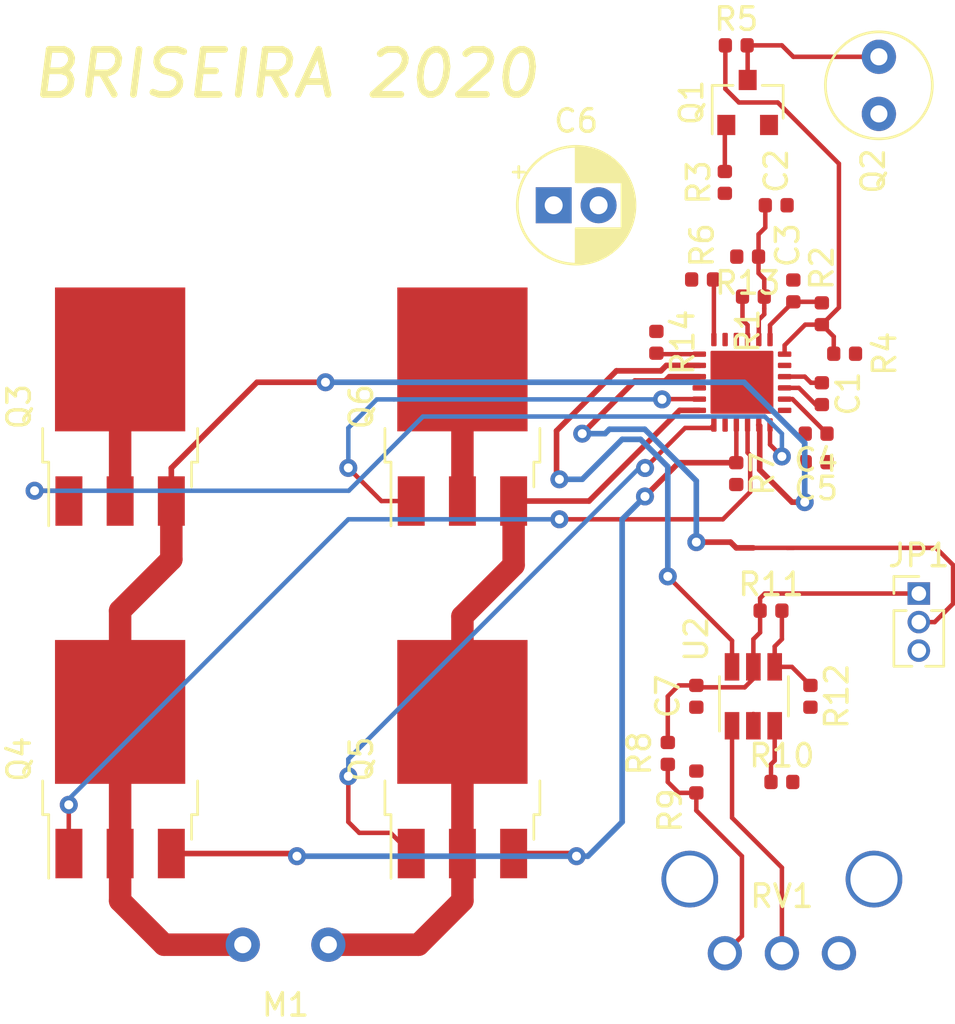
<source format=kicad_pcb>
(kicad_pcb (version 20171130) (host pcbnew "(5.1.6)-1")

  (general
    (thickness 1.6)
    (drawings 1)
    (tracks 213)
    (zones 0)
    (modules 32)
    (nets 29)
  )

  (page A4)
  (layers
    (0 F.Cu signal)
    (31 B.Cu signal)
    (32 B.Adhes user)
    (33 F.Adhes user)
    (34 B.Paste user)
    (35 F.Paste user)
    (36 B.SilkS user hide)
    (37 F.SilkS user)
    (38 B.Mask user)
    (39 F.Mask user)
    (40 Dwgs.User user)
    (41 Cmts.User user)
    (42 Eco1.User user)
    (43 Eco2.User user)
    (44 Edge.Cuts user)
    (45 Margin user)
    (46 B.CrtYd user)
    (47 F.CrtYd user)
    (48 B.Fab user)
    (49 F.Fab user hide)
  )

  (setup
    (last_trace_width 0.25)
    (user_trace_width 0.2)
    (user_trace_width 2)
    (trace_clearance 0.2)
    (zone_clearance 0.508)
    (zone_45_only no)
    (trace_min 0.2)
    (via_size 0.8)
    (via_drill 0.4)
    (via_min_size 0.4)
    (via_min_drill 0.3)
    (uvia_size 0.3)
    (uvia_drill 0.1)
    (uvias_allowed no)
    (uvia_min_size 0.2)
    (uvia_min_drill 0.1)
    (edge_width 0.1)
    (segment_width 0.2)
    (pcb_text_width 0.3)
    (pcb_text_size 1.5 1.5)
    (mod_edge_width 0.15)
    (mod_text_size 1 1)
    (mod_text_width 0.15)
    (pad_size 2.8 2.8)
    (pad_drill 0)
    (pad_to_mask_clearance 0)
    (aux_axis_origin 0 0)
    (visible_elements 7FFFFFFF)
    (pcbplotparams
      (layerselection 0x010fc_ffffffff)
      (usegerberextensions false)
      (usegerberattributes true)
      (usegerberadvancedattributes true)
      (creategerberjobfile true)
      (excludeedgelayer true)
      (linewidth 0.100000)
      (plotframeref false)
      (viasonmask false)
      (mode 1)
      (useauxorigin false)
      (hpglpennumber 1)
      (hpglpenspeed 20)
      (hpglpendiameter 15.000000)
      (psnegative false)
      (psa4output false)
      (plotreference true)
      (plotvalue true)
      (plotinvisibletext false)
      (padsonsilk false)
      (subtractmaskfromsilk false)
      (outputformat 1)
      (mirror false)
      (drillshape 1)
      (scaleselection 1)
      (outputdirectory ""))
  )

  (net 0 "")
  (net 1 CPL)
  (net 2 CPH)
  (net 3 DVDD)
  (net 4 AVDD)
  (net 5 "Net-(C4-Pad1)")
  (net 6 +24V)
  (net 7 DIR)
  (net 8 SH2)
  (net 9 SH1)
  (net 10 "Net-(Q1-Pad1)")
  (net 11 "Net-(Q1-Pad3)")
  (net 12 GH2)
  (net 13 GL2)
  (net 14 SP)
  (net 15 GL1)
  (net 16 GH1)
  (net 17 nFAULT)
  (net 18 VREF)
  (net 19 IDRIVE)
  (net 20 SNSOUT)
  (net 21 SO)
  (net 22 nSLEEP)
  (net 23 "Net-(R8-Pad2)")
  (net 24 "Net-(R10-Pad1)")
  (net 25 "Net-(R11-Pad2)")
  (net 26 MOD)
  (net 27 GND)
  (net 28 EN)

  (net_class Default "Esta é a classe de rede padrão."
    (clearance 0.2)
    (trace_width 0.25)
    (via_dia 0.8)
    (via_drill 0.4)
    (uvia_dia 0.3)
    (uvia_drill 0.1)
    (add_net +24V)
    (add_net AVDD)
    (add_net CPH)
    (add_net CPL)
    (add_net DIR)
    (add_net DVDD)
    (add_net EN)
    (add_net GND)
    (add_net IDRIVE)
    (add_net MOD)
    (add_net "Net-(C4-Pad1)")
    (add_net "Net-(Q1-Pad1)")
    (add_net "Net-(Q1-Pad3)")
    (add_net "Net-(R10-Pad1)")
    (add_net "Net-(R11-Pad2)")
    (add_net "Net-(R8-Pad2)")
    (add_net SH1)
    (add_net SH2)
    (add_net SNSOUT)
    (add_net SO)
    (add_net SP)
    (add_net VREF)
    (add_net nFAULT)
    (add_net nSLEEP)
  )

  (net_class "Logic Signal" ""
    (clearance 0.2)
    (trace_width 0.2)
    (via_dia 0.8)
    (via_drill 0.4)
    (uvia_dia 0.3)
    (uvia_drill 0.1)
    (add_net GH1)
    (add_net GH2)
    (add_net GL1)
    (add_net GL2)
  )

  (net_class Motor ""
    (clearance 0.2)
    (trace_width 2.03286)
    (via_dia 0.8)
    (via_drill 0.4)
    (uvia_dia 0.3)
    (uvia_drill 0.1)
  )

  (module driver_4q_2k20:R_0402_1005Metric (layer F.Cu) (tedit 5B301BBD) (tstamp 5EEBF036)
    (at 79.248 91.186 90)
    (descr "Resistor SMD 0402 (1005 Metric), square (rectangular) end terminal, IPC_7351 nominal, (Body size source: http://www.tortai-tech.com/upload/download/2011102023233369053.pdf), generated with kicad-footprint-generator")
    (tags resistor)
    (path /5EDC1083/5EEE5331)
    (attr smd)
    (fp_text reference R9 (at -1.27 -1.17 90) (layer F.SilkS)
      (effects (font (size 1 1) (thickness 0.15)))
    )
    (fp_text value 3k (at 0 1.17 90) (layer F.Fab)
      (effects (font (size 1 1) (thickness 0.15)))
    )
    (fp_text user %R (at 0 0 90) (layer F.Fab)
      (effects (font (size 0.25 0.25) (thickness 0.04)))
    )
    (fp_line (start -0.5 0.25) (end -0.5 -0.25) (layer F.Fab) (width 0.1))
    (fp_line (start -0.5 -0.25) (end 0.5 -0.25) (layer F.Fab) (width 0.1))
    (fp_line (start 0.5 -0.25) (end 0.5 0.25) (layer F.Fab) (width 0.1))
    (fp_line (start 0.5 0.25) (end -0.5 0.25) (layer F.Fab) (width 0.1))
    (fp_line (start -0.93 0.47) (end -0.93 -0.47) (layer F.CrtYd) (width 0.05))
    (fp_line (start -0.93 -0.47) (end 0.93 -0.47) (layer F.CrtYd) (width 0.05))
    (fp_line (start 0.93 -0.47) (end 0.93 0.47) (layer F.CrtYd) (width 0.05))
    (fp_line (start 0.93 0.47) (end -0.93 0.47) (layer F.CrtYd) (width 0.05))
    (pad 1 smd roundrect (at -0.485 0 90) (size 0.59 0.64) (layers F.Cu F.Paste F.Mask) (roundrect_rratio 0.25)
      (net 23 "Net-(R8-Pad2)"))
    (pad 2 smd roundrect (at 0.485 0 90) (size 0.59 0.64) (layers F.Cu F.Paste F.Mask) (roundrect_rratio 0.25)
      (net 27 GND))
    (model ${KISYS3DMOD}/Resistor_SMD.3dshapes/R_0402_1005Metric.wrl
      (at (xyz 0 0 0))
      (scale (xyz 1 1 1))
      (rotate (xyz 0 0 0))
    )
  )

  (module driver_4q_2k20:R_0402_1005Metric (layer F.Cu) (tedit 5B301BBD) (tstamp 5EEBF045)
    (at 83.058 91.186)
    (descr "Resistor SMD 0402 (1005 Metric), square (rectangular) end terminal, IPC_7351 nominal, (Body size source: http://www.tortai-tech.com/upload/download/2011102023233369053.pdf), generated with kicad-footprint-generator")
    (tags resistor)
    (path /5EDC1083/5EECAF41)
    (attr smd)
    (fp_text reference R10 (at 0 -1.17) (layer F.SilkS)
      (effects (font (size 1 1) (thickness 0.15)))
    )
    (fp_text value 619k (at 0 1.17) (layer F.Fab)
      (effects (font (size 1 1) (thickness 0.15)))
    )
    (fp_text user %R (at 0 0) (layer F.Fab)
      (effects (font (size 0.25 0.25) (thickness 0.04)))
    )
    (fp_line (start -0.5 0.25) (end -0.5 -0.25) (layer F.Fab) (width 0.1))
    (fp_line (start -0.5 -0.25) (end 0.5 -0.25) (layer F.Fab) (width 0.1))
    (fp_line (start 0.5 -0.25) (end 0.5 0.25) (layer F.Fab) (width 0.1))
    (fp_line (start 0.5 0.25) (end -0.5 0.25) (layer F.Fab) (width 0.1))
    (fp_line (start -0.93 0.47) (end -0.93 -0.47) (layer F.CrtYd) (width 0.05))
    (fp_line (start -0.93 -0.47) (end 0.93 -0.47) (layer F.CrtYd) (width 0.05))
    (fp_line (start 0.93 -0.47) (end 0.93 0.47) (layer F.CrtYd) (width 0.05))
    (fp_line (start 0.93 0.47) (end -0.93 0.47) (layer F.CrtYd) (width 0.05))
    (pad 1 smd roundrect (at -0.485 0) (size 0.59 0.64) (layers F.Cu F.Paste F.Mask) (roundrect_rratio 0.25)
      (net 24 "Net-(R10-Pad1)"))
    (pad 2 smd roundrect (at 0.485 0) (size 0.59 0.64) (layers F.Cu F.Paste F.Mask) (roundrect_rratio 0.25)
      (net 27 GND))
    (model ${KISYS3DMOD}/Resistor_SMD.3dshapes/R_0402_1005Metric.wrl
      (at (xyz 0 0 0))
      (scale (xyz 1 1 1))
      (rotate (xyz 0 0 0))
    )
  )

  (module driver_4q_2k20:R_0402_1005Metric (layer F.Cu) (tedit 5B301BBD) (tstamp 5EEBF054)
    (at 82.573 83.566)
    (descr "Resistor SMD 0402 (1005 Metric), square (rectangular) end terminal, IPC_7351 nominal, (Body size source: http://www.tortai-tech.com/upload/download/2011102023233369053.pdf), generated with kicad-footprint-generator")
    (tags resistor)
    (path /5EDC1083/5EECC099)
    (attr smd)
    (fp_text reference R11 (at 0 -1.17) (layer F.SilkS)
      (effects (font (size 1 1) (thickness 0.15)))
    )
    (fp_text value 976k (at 0 1.17) (layer F.Fab)
      (effects (font (size 1 1) (thickness 0.15)))
    )
    (fp_text user %R (at 0 0) (layer F.Fab)
      (effects (font (size 0.25 0.25) (thickness 0.04)))
    )
    (fp_line (start -0.5 0.25) (end -0.5 -0.25) (layer F.Fab) (width 0.1))
    (fp_line (start -0.5 -0.25) (end 0.5 -0.25) (layer F.Fab) (width 0.1))
    (fp_line (start 0.5 -0.25) (end 0.5 0.25) (layer F.Fab) (width 0.1))
    (fp_line (start 0.5 0.25) (end -0.5 0.25) (layer F.Fab) (width 0.1))
    (fp_line (start -0.93 0.47) (end -0.93 -0.47) (layer F.CrtYd) (width 0.05))
    (fp_line (start -0.93 -0.47) (end 0.93 -0.47) (layer F.CrtYd) (width 0.05))
    (fp_line (start 0.93 -0.47) (end 0.93 0.47) (layer F.CrtYd) (width 0.05))
    (fp_line (start 0.93 0.47) (end -0.93 0.47) (layer F.CrtYd) (width 0.05))
    (pad 1 smd roundrect (at -0.485 0) (size 0.59 0.64) (layers F.Cu F.Paste F.Mask) (roundrect_rratio 0.25)
      (net 18 VREF))
    (pad 2 smd roundrect (at 0.485 0) (size 0.59 0.64) (layers F.Cu F.Paste F.Mask) (roundrect_rratio 0.25)
      (net 25 "Net-(R11-Pad2)"))
    (model ${KISYS3DMOD}/Resistor_SMD.3dshapes/R_0402_1005Metric.wrl
      (at (xyz 0 0 0))
      (scale (xyz 1 1 1))
      (rotate (xyz 0 0 0))
    )
  )

  (module driver_4q_2k20:C_0402_1005Metric (layer F.Cu) (tedit 5B301BBE) (tstamp 5EDD3894)
    (at 84.836 73.914 270)
    (descr "Capacitor SMD 0402 (1005 Metric), square (rectangular) end terminal, IPC_7351 nominal, (Body size source: http://www.tortai-tech.com/upload/download/2011102023233369053.pdf), generated with kicad-footprint-generator")
    (tags capacitor)
    (path /5EE6A706/5EEA9C47)
    (attr smd)
    (fp_text reference C1 (at 0 -1.17 90) (layer F.SilkS)
      (effects (font (size 1 1) (thickness 0.15)))
    )
    (fp_text value 0.1uF (at 0 1.17 90) (layer F.Fab)
      (effects (font (size 1 1) (thickness 0.15)))
    )
    (fp_text user %R (at 0 0 90) (layer F.Fab)
      (effects (font (size 0.25 0.25) (thickness 0.04)))
    )
    (fp_line (start -0.5 0.25) (end -0.5 -0.25) (layer F.Fab) (width 0.1))
    (fp_line (start -0.5 -0.25) (end 0.5 -0.25) (layer F.Fab) (width 0.1))
    (fp_line (start 0.5 -0.25) (end 0.5 0.25) (layer F.Fab) (width 0.1))
    (fp_line (start 0.5 0.25) (end -0.5 0.25) (layer F.Fab) (width 0.1))
    (fp_line (start -0.93 0.47) (end -0.93 -0.47) (layer F.CrtYd) (width 0.05))
    (fp_line (start -0.93 -0.47) (end 0.93 -0.47) (layer F.CrtYd) (width 0.05))
    (fp_line (start 0.93 -0.47) (end 0.93 0.47) (layer F.CrtYd) (width 0.05))
    (fp_line (start 0.93 0.47) (end -0.93 0.47) (layer F.CrtYd) (width 0.05))
    (pad 1 smd roundrect (at -0.485 0 270) (size 0.59 0.64) (layers F.Cu F.Paste F.Mask) (roundrect_rratio 0.25)
      (net 1 CPL))
    (pad 2 smd roundrect (at 0.485 0 270) (size 0.59 0.64) (layers F.Cu F.Paste F.Mask) (roundrect_rratio 0.25)
      (net 2 CPH))
    (model ${KISYS3DMOD}/Capacitor_SMD.3dshapes/C_0402_1005Metric.wrl
      (at (xyz 0 0 0))
      (scale (xyz 1 1 1))
      (rotate (xyz 0 0 0))
    )
  )

  (module driver_4q_2k20:C_0402_1005Metric (layer F.Cu) (tedit 5B301BBE) (tstamp 5EDD38C1)
    (at 84.582 75.692 180)
    (descr "Capacitor SMD 0402 (1005 Metric), square (rectangular) end terminal, IPC_7351 nominal, (Body size source: http://www.tortai-tech.com/upload/download/2011102023233369053.pdf), generated with kicad-footprint-generator")
    (tags capacitor)
    (path /5EE6A706/5EEA9C0C)
    (attr smd)
    (fp_text reference C4 (at 0 -1.17) (layer F.SilkS)
      (effects (font (size 1 1) (thickness 0.15)))
    )
    (fp_text value 1uF (at 0 1.17) (layer F.Fab)
      (effects (font (size 1 1) (thickness 0.15)))
    )
    (fp_text user %R (at 0 0) (layer F.Fab)
      (effects (font (size 0.25 0.25) (thickness 0.04)))
    )
    (fp_line (start -0.5 0.25) (end -0.5 -0.25) (layer F.Fab) (width 0.1))
    (fp_line (start -0.5 -0.25) (end 0.5 -0.25) (layer F.Fab) (width 0.1))
    (fp_line (start 0.5 -0.25) (end 0.5 0.25) (layer F.Fab) (width 0.1))
    (fp_line (start 0.5 0.25) (end -0.5 0.25) (layer F.Fab) (width 0.1))
    (fp_line (start -0.93 0.47) (end -0.93 -0.47) (layer F.CrtYd) (width 0.05))
    (fp_line (start -0.93 -0.47) (end 0.93 -0.47) (layer F.CrtYd) (width 0.05))
    (fp_line (start 0.93 -0.47) (end 0.93 0.47) (layer F.CrtYd) (width 0.05))
    (fp_line (start 0.93 0.47) (end -0.93 0.47) (layer F.CrtYd) (width 0.05))
    (pad 1 smd roundrect (at -0.485 0 180) (size 0.59 0.64) (layers F.Cu F.Paste F.Mask) (roundrect_rratio 0.25)
      (net 5 "Net-(C4-Pad1)"))
    (pad 2 smd roundrect (at 0.485 0 180) (size 0.59 0.64) (layers F.Cu F.Paste F.Mask) (roundrect_rratio 0.25)
      (net 6 +24V))
    (model ${KISYS3DMOD}/Capacitor_SMD.3dshapes/C_0402_1005Metric.wrl
      (at (xyz 0 0 0))
      (scale (xyz 1 1 1))
      (rotate (xyz 0 0 0))
    )
  )

  (module driver_4q_2k20:C_0402_1005Metric (layer F.Cu) (tedit 5B301BBE) (tstamp 5EDD38B2)
    (at 83.566 69.342 90)
    (descr "Capacitor SMD 0402 (1005 Metric), square (rectangular) end terminal, IPC_7351 nominal, (Body size source: http://www.tortai-tech.com/upload/download/2011102023233369053.pdf), generated with kicad-footprint-generator")
    (tags capacitor)
    (path /5EE6A706/5EEA9C7D)
    (attr smd)
    (fp_text reference C3 (at 2.032 -0.254 270) (layer F.SilkS)
      (effects (font (size 1 1) (thickness 0.15)))
    )
    (fp_text value 1uF (at 0 1.17 90) (layer F.Fab)
      (effects (font (size 1 1) (thickness 0.15)))
    )
    (fp_text user %R (at 0 0 90) (layer F.Fab)
      (effects (font (size 0.25 0.25) (thickness 0.04)))
    )
    (fp_line (start -0.5 0.25) (end -0.5 -0.25) (layer F.Fab) (width 0.1))
    (fp_line (start -0.5 -0.25) (end 0.5 -0.25) (layer F.Fab) (width 0.1))
    (fp_line (start 0.5 -0.25) (end 0.5 0.25) (layer F.Fab) (width 0.1))
    (fp_line (start 0.5 0.25) (end -0.5 0.25) (layer F.Fab) (width 0.1))
    (fp_line (start -0.93 0.47) (end -0.93 -0.47) (layer F.CrtYd) (width 0.05))
    (fp_line (start -0.93 -0.47) (end 0.93 -0.47) (layer F.CrtYd) (width 0.05))
    (fp_line (start 0.93 -0.47) (end 0.93 0.47) (layer F.CrtYd) (width 0.05))
    (fp_line (start 0.93 0.47) (end -0.93 0.47) (layer F.CrtYd) (width 0.05))
    (pad 1 smd roundrect (at -0.485 0 90) (size 0.59 0.64) (layers F.Cu F.Paste F.Mask) (roundrect_rratio 0.25)
      (net 4 AVDD))
    (pad 2 smd roundrect (at 0.485 0 90) (size 0.59 0.64) (layers F.Cu F.Paste F.Mask) (roundrect_rratio 0.25)
      (net 27 GND))
    (model ${KISYS3DMOD}/Capacitor_SMD.3dshapes/C_0402_1005Metric.wrl
      (at (xyz 0 0 0))
      (scale (xyz 1 1 1))
      (rotate (xyz 0 0 0))
    )
  )

  (module driver_4q_2k20:C_0402_1005Metric (layer F.Cu) (tedit 5B301BBE) (tstamp 5EDD38A3)
    (at 82.804 65.532)
    (descr "Capacitor SMD 0402 (1005 Metric), square (rectangular) end terminal, IPC_7351 nominal, (Body size source: http://www.tortai-tech.com/upload/download/2011102023233369053.pdf), generated with kicad-footprint-generator")
    (tags capacitor)
    (path /5EE6A706/5EEA9C95)
    (attr smd)
    (fp_text reference C2 (at 0 -1.524 270) (layer F.SilkS)
      (effects (font (size 1 1) (thickness 0.15)))
    )
    (fp_text value 1uF (at 0 1.17) (layer F.Fab)
      (effects (font (size 1 1) (thickness 0.15)))
    )
    (fp_text user %R (at 0 0) (layer F.Fab)
      (effects (font (size 0.25 0.25) (thickness 0.04)))
    )
    (fp_line (start -0.5 0.25) (end -0.5 -0.25) (layer F.Fab) (width 0.1))
    (fp_line (start -0.5 -0.25) (end 0.5 -0.25) (layer F.Fab) (width 0.1))
    (fp_line (start 0.5 -0.25) (end 0.5 0.25) (layer F.Fab) (width 0.1))
    (fp_line (start 0.5 0.25) (end -0.5 0.25) (layer F.Fab) (width 0.1))
    (fp_line (start -0.93 0.47) (end -0.93 -0.47) (layer F.CrtYd) (width 0.05))
    (fp_line (start -0.93 -0.47) (end 0.93 -0.47) (layer F.CrtYd) (width 0.05))
    (fp_line (start 0.93 -0.47) (end 0.93 0.47) (layer F.CrtYd) (width 0.05))
    (fp_line (start 0.93 0.47) (end -0.93 0.47) (layer F.CrtYd) (width 0.05))
    (pad 1 smd roundrect (at -0.485 0) (size 0.59 0.64) (layers F.Cu F.Paste F.Mask) (roundrect_rratio 0.25)
      (net 3 DVDD))
    (pad 2 smd roundrect (at 0.485 0) (size 0.59 0.64) (layers F.Cu F.Paste F.Mask) (roundrect_rratio 0.25)
      (net 27 GND))
    (model ${KISYS3DMOD}/Capacitor_SMD.3dshapes/C_0402_1005Metric.wrl
      (at (xyz 0 0 0))
      (scale (xyz 1 1 1))
      (rotate (xyz 0 0 0))
    )
  )

  (module driver_4q_2k20:CP_Radial_D5.0mm_P2.00mm (layer F.Cu) (tedit 5AE50EF0) (tstamp 5EEC5A13)
    (at 72.898 65.532)
    (descr "CP, Radial series, Radial, pin pitch=2.00mm, , diameter=5mm, Electrolytic Capacitor")
    (tags "CP Radial series Radial pin pitch 2.00mm  diameter 5mm Electrolytic Capacitor")
    (path /5EE6A706/5EEA9C28)
    (fp_text reference C6 (at 1 -3.75) (layer F.SilkS)
      (effects (font (size 1 1) (thickness 0.15)))
    )
    (fp_text value "10uF electrolytic" (at 1 3.75) (layer F.Fab)
      (effects (font (size 1 1) (thickness 0.15)))
    )
    (fp_text user %R (at 1 0) (layer F.Fab)
      (effects (font (size 1 1) (thickness 0.15)))
    )
    (fp_circle (center 1 0) (end 3.5 0) (layer F.Fab) (width 0.1))
    (fp_circle (center 1 0) (end 3.62 0) (layer F.SilkS) (width 0.12))
    (fp_circle (center 1 0) (end 3.75 0) (layer F.CrtYd) (width 0.05))
    (fp_line (start -1.133605 -1.0875) (end -0.633605 -1.0875) (layer F.Fab) (width 0.1))
    (fp_line (start -0.883605 -1.3375) (end -0.883605 -0.8375) (layer F.Fab) (width 0.1))
    (fp_line (start 1 1.04) (end 1 2.58) (layer F.SilkS) (width 0.12))
    (fp_line (start 1 -2.58) (end 1 -1.04) (layer F.SilkS) (width 0.12))
    (fp_line (start 1.04 1.04) (end 1.04 2.58) (layer F.SilkS) (width 0.12))
    (fp_line (start 1.04 -2.58) (end 1.04 -1.04) (layer F.SilkS) (width 0.12))
    (fp_line (start 1.08 -2.579) (end 1.08 -1.04) (layer F.SilkS) (width 0.12))
    (fp_line (start 1.08 1.04) (end 1.08 2.579) (layer F.SilkS) (width 0.12))
    (fp_line (start 1.12 -2.578) (end 1.12 -1.04) (layer F.SilkS) (width 0.12))
    (fp_line (start 1.12 1.04) (end 1.12 2.578) (layer F.SilkS) (width 0.12))
    (fp_line (start 1.16 -2.576) (end 1.16 -1.04) (layer F.SilkS) (width 0.12))
    (fp_line (start 1.16 1.04) (end 1.16 2.576) (layer F.SilkS) (width 0.12))
    (fp_line (start 1.2 -2.573) (end 1.2 -1.04) (layer F.SilkS) (width 0.12))
    (fp_line (start 1.2 1.04) (end 1.2 2.573) (layer F.SilkS) (width 0.12))
    (fp_line (start 1.24 -2.569) (end 1.24 -1.04) (layer F.SilkS) (width 0.12))
    (fp_line (start 1.24 1.04) (end 1.24 2.569) (layer F.SilkS) (width 0.12))
    (fp_line (start 1.28 -2.565) (end 1.28 -1.04) (layer F.SilkS) (width 0.12))
    (fp_line (start 1.28 1.04) (end 1.28 2.565) (layer F.SilkS) (width 0.12))
    (fp_line (start 1.32 -2.561) (end 1.32 -1.04) (layer F.SilkS) (width 0.12))
    (fp_line (start 1.32 1.04) (end 1.32 2.561) (layer F.SilkS) (width 0.12))
    (fp_line (start 1.36 -2.556) (end 1.36 -1.04) (layer F.SilkS) (width 0.12))
    (fp_line (start 1.36 1.04) (end 1.36 2.556) (layer F.SilkS) (width 0.12))
    (fp_line (start 1.4 -2.55) (end 1.4 -1.04) (layer F.SilkS) (width 0.12))
    (fp_line (start 1.4 1.04) (end 1.4 2.55) (layer F.SilkS) (width 0.12))
    (fp_line (start 1.44 -2.543) (end 1.44 -1.04) (layer F.SilkS) (width 0.12))
    (fp_line (start 1.44 1.04) (end 1.44 2.543) (layer F.SilkS) (width 0.12))
    (fp_line (start 1.48 -2.536) (end 1.48 -1.04) (layer F.SilkS) (width 0.12))
    (fp_line (start 1.48 1.04) (end 1.48 2.536) (layer F.SilkS) (width 0.12))
    (fp_line (start 1.52 -2.528) (end 1.52 -1.04) (layer F.SilkS) (width 0.12))
    (fp_line (start 1.52 1.04) (end 1.52 2.528) (layer F.SilkS) (width 0.12))
    (fp_line (start 1.56 -2.52) (end 1.56 -1.04) (layer F.SilkS) (width 0.12))
    (fp_line (start 1.56 1.04) (end 1.56 2.52) (layer F.SilkS) (width 0.12))
    (fp_line (start 1.6 -2.511) (end 1.6 -1.04) (layer F.SilkS) (width 0.12))
    (fp_line (start 1.6 1.04) (end 1.6 2.511) (layer F.SilkS) (width 0.12))
    (fp_line (start 1.64 -2.501) (end 1.64 -1.04) (layer F.SilkS) (width 0.12))
    (fp_line (start 1.64 1.04) (end 1.64 2.501) (layer F.SilkS) (width 0.12))
    (fp_line (start 1.68 -2.491) (end 1.68 -1.04) (layer F.SilkS) (width 0.12))
    (fp_line (start 1.68 1.04) (end 1.68 2.491) (layer F.SilkS) (width 0.12))
    (fp_line (start 1.721 -2.48) (end 1.721 -1.04) (layer F.SilkS) (width 0.12))
    (fp_line (start 1.721 1.04) (end 1.721 2.48) (layer F.SilkS) (width 0.12))
    (fp_line (start 1.761 -2.468) (end 1.761 -1.04) (layer F.SilkS) (width 0.12))
    (fp_line (start 1.761 1.04) (end 1.761 2.468) (layer F.SilkS) (width 0.12))
    (fp_line (start 1.801 -2.455) (end 1.801 -1.04) (layer F.SilkS) (width 0.12))
    (fp_line (start 1.801 1.04) (end 1.801 2.455) (layer F.SilkS) (width 0.12))
    (fp_line (start 1.841 -2.442) (end 1.841 -1.04) (layer F.SilkS) (width 0.12))
    (fp_line (start 1.841 1.04) (end 1.841 2.442) (layer F.SilkS) (width 0.12))
    (fp_line (start 1.881 -2.428) (end 1.881 -1.04) (layer F.SilkS) (width 0.12))
    (fp_line (start 1.881 1.04) (end 1.881 2.428) (layer F.SilkS) (width 0.12))
    (fp_line (start 1.921 -2.414) (end 1.921 -1.04) (layer F.SilkS) (width 0.12))
    (fp_line (start 1.921 1.04) (end 1.921 2.414) (layer F.SilkS) (width 0.12))
    (fp_line (start 1.961 -2.398) (end 1.961 -1.04) (layer F.SilkS) (width 0.12))
    (fp_line (start 1.961 1.04) (end 1.961 2.398) (layer F.SilkS) (width 0.12))
    (fp_line (start 2.001 -2.382) (end 2.001 -1.04) (layer F.SilkS) (width 0.12))
    (fp_line (start 2.001 1.04) (end 2.001 2.382) (layer F.SilkS) (width 0.12))
    (fp_line (start 2.041 -2.365) (end 2.041 -1.04) (layer F.SilkS) (width 0.12))
    (fp_line (start 2.041 1.04) (end 2.041 2.365) (layer F.SilkS) (width 0.12))
    (fp_line (start 2.081 -2.348) (end 2.081 -1.04) (layer F.SilkS) (width 0.12))
    (fp_line (start 2.081 1.04) (end 2.081 2.348) (layer F.SilkS) (width 0.12))
    (fp_line (start 2.121 -2.329) (end 2.121 -1.04) (layer F.SilkS) (width 0.12))
    (fp_line (start 2.121 1.04) (end 2.121 2.329) (layer F.SilkS) (width 0.12))
    (fp_line (start 2.161 -2.31) (end 2.161 -1.04) (layer F.SilkS) (width 0.12))
    (fp_line (start 2.161 1.04) (end 2.161 2.31) (layer F.SilkS) (width 0.12))
    (fp_line (start 2.201 -2.29) (end 2.201 -1.04) (layer F.SilkS) (width 0.12))
    (fp_line (start 2.201 1.04) (end 2.201 2.29) (layer F.SilkS) (width 0.12))
    (fp_line (start 2.241 -2.268) (end 2.241 -1.04) (layer F.SilkS) (width 0.12))
    (fp_line (start 2.241 1.04) (end 2.241 2.268) (layer F.SilkS) (width 0.12))
    (fp_line (start 2.281 -2.247) (end 2.281 -1.04) (layer F.SilkS) (width 0.12))
    (fp_line (start 2.281 1.04) (end 2.281 2.247) (layer F.SilkS) (width 0.12))
    (fp_line (start 2.321 -2.224) (end 2.321 -1.04) (layer F.SilkS) (width 0.12))
    (fp_line (start 2.321 1.04) (end 2.321 2.224) (layer F.SilkS) (width 0.12))
    (fp_line (start 2.361 -2.2) (end 2.361 -1.04) (layer F.SilkS) (width 0.12))
    (fp_line (start 2.361 1.04) (end 2.361 2.2) (layer F.SilkS) (width 0.12))
    (fp_line (start 2.401 -2.175) (end 2.401 -1.04) (layer F.SilkS) (width 0.12))
    (fp_line (start 2.401 1.04) (end 2.401 2.175) (layer F.SilkS) (width 0.12))
    (fp_line (start 2.441 -2.149) (end 2.441 -1.04) (layer F.SilkS) (width 0.12))
    (fp_line (start 2.441 1.04) (end 2.441 2.149) (layer F.SilkS) (width 0.12))
    (fp_line (start 2.481 -2.122) (end 2.481 -1.04) (layer F.SilkS) (width 0.12))
    (fp_line (start 2.481 1.04) (end 2.481 2.122) (layer F.SilkS) (width 0.12))
    (fp_line (start 2.521 -2.095) (end 2.521 -1.04) (layer F.SilkS) (width 0.12))
    (fp_line (start 2.521 1.04) (end 2.521 2.095) (layer F.SilkS) (width 0.12))
    (fp_line (start 2.561 -2.065) (end 2.561 -1.04) (layer F.SilkS) (width 0.12))
    (fp_line (start 2.561 1.04) (end 2.561 2.065) (layer F.SilkS) (width 0.12))
    (fp_line (start 2.601 -2.035) (end 2.601 -1.04) (layer F.SilkS) (width 0.12))
    (fp_line (start 2.601 1.04) (end 2.601 2.035) (layer F.SilkS) (width 0.12))
    (fp_line (start 2.641 -2.004) (end 2.641 -1.04) (layer F.SilkS) (width 0.12))
    (fp_line (start 2.641 1.04) (end 2.641 2.004) (layer F.SilkS) (width 0.12))
    (fp_line (start 2.681 -1.971) (end 2.681 -1.04) (layer F.SilkS) (width 0.12))
    (fp_line (start 2.681 1.04) (end 2.681 1.971) (layer F.SilkS) (width 0.12))
    (fp_line (start 2.721 -1.937) (end 2.721 -1.04) (layer F.SilkS) (width 0.12))
    (fp_line (start 2.721 1.04) (end 2.721 1.937) (layer F.SilkS) (width 0.12))
    (fp_line (start 2.761 -1.901) (end 2.761 -1.04) (layer F.SilkS) (width 0.12))
    (fp_line (start 2.761 1.04) (end 2.761 1.901) (layer F.SilkS) (width 0.12))
    (fp_line (start 2.801 -1.864) (end 2.801 -1.04) (layer F.SilkS) (width 0.12))
    (fp_line (start 2.801 1.04) (end 2.801 1.864) (layer F.SilkS) (width 0.12))
    (fp_line (start 2.841 -1.826) (end 2.841 -1.04) (layer F.SilkS) (width 0.12))
    (fp_line (start 2.841 1.04) (end 2.841 1.826) (layer F.SilkS) (width 0.12))
    (fp_line (start 2.881 -1.785) (end 2.881 -1.04) (layer F.SilkS) (width 0.12))
    (fp_line (start 2.881 1.04) (end 2.881 1.785) (layer F.SilkS) (width 0.12))
    (fp_line (start 2.921 -1.743) (end 2.921 -1.04) (layer F.SilkS) (width 0.12))
    (fp_line (start 2.921 1.04) (end 2.921 1.743) (layer F.SilkS) (width 0.12))
    (fp_line (start 2.961 -1.699) (end 2.961 -1.04) (layer F.SilkS) (width 0.12))
    (fp_line (start 2.961 1.04) (end 2.961 1.699) (layer F.SilkS) (width 0.12))
    (fp_line (start 3.001 -1.653) (end 3.001 -1.04) (layer F.SilkS) (width 0.12))
    (fp_line (start 3.001 1.04) (end 3.001 1.653) (layer F.SilkS) (width 0.12))
    (fp_line (start 3.041 -1.605) (end 3.041 1.605) (layer F.SilkS) (width 0.12))
    (fp_line (start 3.081 -1.554) (end 3.081 1.554) (layer F.SilkS) (width 0.12))
    (fp_line (start 3.121 -1.5) (end 3.121 1.5) (layer F.SilkS) (width 0.12))
    (fp_line (start 3.161 -1.443) (end 3.161 1.443) (layer F.SilkS) (width 0.12))
    (fp_line (start 3.201 -1.383) (end 3.201 1.383) (layer F.SilkS) (width 0.12))
    (fp_line (start 3.241 -1.319) (end 3.241 1.319) (layer F.SilkS) (width 0.12))
    (fp_line (start 3.281 -1.251) (end 3.281 1.251) (layer F.SilkS) (width 0.12))
    (fp_line (start 3.321 -1.178) (end 3.321 1.178) (layer F.SilkS) (width 0.12))
    (fp_line (start 3.361 -1.098) (end 3.361 1.098) (layer F.SilkS) (width 0.12))
    (fp_line (start 3.401 -1.011) (end 3.401 1.011) (layer F.SilkS) (width 0.12))
    (fp_line (start 3.441 -0.915) (end 3.441 0.915) (layer F.SilkS) (width 0.12))
    (fp_line (start 3.481 -0.805) (end 3.481 0.805) (layer F.SilkS) (width 0.12))
    (fp_line (start 3.521 -0.677) (end 3.521 0.677) (layer F.SilkS) (width 0.12))
    (fp_line (start 3.561 -0.518) (end 3.561 0.518) (layer F.SilkS) (width 0.12))
    (fp_line (start 3.601 -0.284) (end 3.601 0.284) (layer F.SilkS) (width 0.12))
    (fp_line (start -1.804775 -1.475) (end -1.304775 -1.475) (layer F.SilkS) (width 0.12))
    (fp_line (start -1.554775 -1.725) (end -1.554775 -1.225) (layer F.SilkS) (width 0.12))
    (pad 1 thru_hole rect (at 0 0) (size 1.6 1.6) (drill 0.8) (layers *.Cu *.Mask)
      (net 6 +24V))
    (pad 2 thru_hole circle (at 2 0) (size 1.6 1.6) (drill 0.8) (layers *.Cu *.Mask)
      (net 27 GND))
    (model ${KISYS3DMOD}/Capacitor_THT.3dshapes/CP_Radial_D5.0mm_P2.00mm.wrl
      (at (xyz 0 0 0))
      (scale (xyz 1 1 1))
      (rotate (xyz 0 0 0))
    )
  )

  (module "driver_4q_2k20:Motor Connector" (layer F.Cu) (tedit 5ECB558F) (tstamp 5EEC5A65)
    (at 60.96 101.6 180)
    (path /5EE6A706/5EEA9CA5)
    (fp_text reference M1 (at 0 0.5) (layer F.SilkS)
      (effects (font (size 1 1) (thickness 0.15)))
    )
    (fp_text value M210-IVERLN-1K2-24V (at 0 -0.5) (layer F.Fab)
      (effects (font (size 1 1) (thickness 0.15)))
    )
    (pad 2 thru_hole circle (at 1.905 3.175 180) (size 1.524 1.524) (drill 0.762) (layers *.Cu *.Mask)
      (net 8 SH2))
    (pad 1 thru_hole circle (at -1.905 3.175 180) (size 1.524 1.524) (drill 0.762) (layers *.Cu *.Mask)
      (net 9 SH1))
  )

  (module driver_4q_2k20:R_0402_1005Metric (layer F.Cu) (tedit 5B301BBD) (tstamp 5EEC8E5D)
    (at 77.47 71.628 270)
    (descr "Resistor SMD 0402 (1005 Metric), square (rectangular) end terminal, IPC_7351 nominal, (Body size source: http://www.tortai-tech.com/upload/download/2011102023233369053.pdf), generated with kicad-footprint-generator")
    (tags resistor)
    (path /5EE6A706/5EF713E5)
    (attr smd)
    (fp_text reference R14 (at 0 -1.17 90) (layer F.SilkS)
      (effects (font (size 1 1) (thickness 0.15)))
    )
    (fp_text value 1k (at 0 1.17 90) (layer F.Fab)
      (effects (font (size 1 1) (thickness 0.15)))
    )
    (fp_text user %R (at 0 0 90) (layer F.Fab)
      (effects (font (size 0.25 0.25) (thickness 0.04)))
    )
    (fp_line (start -0.5 0.25) (end -0.5 -0.25) (layer F.Fab) (width 0.1))
    (fp_line (start -0.5 -0.25) (end 0.5 -0.25) (layer F.Fab) (width 0.1))
    (fp_line (start 0.5 -0.25) (end 0.5 0.25) (layer F.Fab) (width 0.1))
    (fp_line (start 0.5 0.25) (end -0.5 0.25) (layer F.Fab) (width 0.1))
    (fp_line (start -0.93 0.47) (end -0.93 -0.47) (layer F.CrtYd) (width 0.05))
    (fp_line (start -0.93 -0.47) (end 0.93 -0.47) (layer F.CrtYd) (width 0.05))
    (fp_line (start 0.93 -0.47) (end 0.93 0.47) (layer F.CrtYd) (width 0.05))
    (fp_line (start 0.93 0.47) (end -0.93 0.47) (layer F.CrtYd) (width 0.05))
    (pad 1 smd roundrect (at -0.485 0 270) (size 0.59 0.64) (layers F.Cu F.Paste F.Mask) (roundrect_rratio 0.25)
      (net 3 DVDD))
    (pad 2 smd roundrect (at 0.485 0 270) (size 0.59 0.64) (layers F.Cu F.Paste F.Mask) (roundrect_rratio 0.25)
      (net 22 nSLEEP))
    (model ${KISYS3DMOD}/Resistor_SMD.3dshapes/R_0402_1005Metric.wrl
      (at (xyz 0 0 0))
      (scale (xyz 1 1 1))
      (rotate (xyz 0 0 0))
    )
  )

  (module driver_4q_2k20:TO-252-3_TabPin2 (layer F.Cu) (tedit 5EEC91EA) (tstamp 5EEC5AEE)
    (at 53.594 90.17 90)
    (descr "TO-252 / DPAK SMD package, http://www.infineon.com/cms/en/product/packages/PG-TO252/PG-TO252-3-1/")
    (tags "DPAK TO-252 DPAK-3 TO-252-3 SOT-428")
    (path /5EE6A706/5EF2F753)
    (attr smd)
    (fp_text reference Q4 (at 0 -4.5 90) (layer F.SilkS)
      (effects (font (size 1 1) (thickness 0.15)))
    )
    (fp_text value FDD86580-F085 (at 0 4.5 90) (layer F.Fab)
      (effects (font (size 1 1) (thickness 0.15)))
    )
    (fp_text user %R (at 0 0 90) (layer F.Fab)
      (effects (font (size 1 1) (thickness 0.15)))
    )
    (fp_line (start 5.55 -3.5) (end -5.55 -3.5) (layer F.CrtYd) (width 0.05))
    (fp_line (start 5.55 3.5) (end 5.55 -3.5) (layer F.CrtYd) (width 0.05))
    (fp_line (start -5.55 3.5) (end 5.55 3.5) (layer F.CrtYd) (width 0.05))
    (fp_line (start -5.55 -3.5) (end -5.55 3.5) (layer F.CrtYd) (width 0.05))
    (fp_line (start -2.47 3.18) (end -3.57 3.18) (layer F.SilkS) (width 0.12))
    (fp_line (start -2.47 3.45) (end -2.47 3.18) (layer F.SilkS) (width 0.12))
    (fp_line (start -0.97 3.45) (end -2.47 3.45) (layer F.SilkS) (width 0.12))
    (fp_line (start -2.47 -3.18) (end -5.3 -3.18) (layer F.SilkS) (width 0.12))
    (fp_line (start -2.47 -3.45) (end -2.47 -3.18) (layer F.SilkS) (width 0.12))
    (fp_line (start -0.97 -3.45) (end -2.47 -3.45) (layer F.SilkS) (width 0.12))
    (fp_line (start -4.97 2.655) (end -2.27 2.655) (layer F.Fab) (width 0.1))
    (fp_line (start -4.97 1.905) (end -4.97 2.655) (layer F.Fab) (width 0.1))
    (fp_line (start -2.27 1.905) (end -4.97 1.905) (layer F.Fab) (width 0.1))
    (fp_line (start -4.97 0.375) (end -2.27 0.375) (layer F.Fab) (width 0.1))
    (fp_line (start -4.97 -0.375) (end -4.97 0.375) (layer F.Fab) (width 0.1))
    (fp_line (start -2.27 -0.375) (end -4.97 -0.375) (layer F.Fab) (width 0.1))
    (fp_line (start -4.97 -1.905) (end -2.27 -1.905) (layer F.Fab) (width 0.1))
    (fp_line (start -4.97 -2.655) (end -4.97 -1.905) (layer F.Fab) (width 0.1))
    (fp_line (start -1.865 -2.655) (end -4.97 -2.655) (layer F.Fab) (width 0.1))
    (fp_line (start -1.27 -3.25) (end 3.95 -3.25) (layer F.Fab) (width 0.1))
    (fp_line (start -2.27 -2.25) (end -1.27 -3.25) (layer F.Fab) (width 0.1))
    (fp_line (start -2.27 3.25) (end -2.27 -2.25) (layer F.Fab) (width 0.1))
    (fp_line (start 3.95 3.25) (end -2.27 3.25) (layer F.Fab) (width 0.1))
    (fp_line (start 3.95 -3.25) (end 3.95 3.25) (layer F.Fab) (width 0.1))
    (fp_line (start 4.95 2.7) (end 3.95 2.7) (layer F.Fab) (width 0.1))
    (fp_line (start 4.95 -2.7) (end 4.95 2.7) (layer F.Fab) (width 0.1))
    (fp_line (start 3.95 -2.7) (end 4.95 -2.7) (layer F.Fab) (width 0.1))
    (pad 1 smd rect (at -4.2 -2.28 90) (size 2.2 1.2) (layers F.Cu F.Paste F.Mask)
      (net 13 GL2))
    (pad 2 smd rect (at -4.2 0 90) (size 2.2 1.2) (layers F.Cu F.Paste F.Mask)
      (net 8 SH2))
    (pad 3 smd rect (at -4.2 2.28 90) (size 2.2 1.2) (layers F.Cu F.Paste F.Mask)
      (net 14 SP))
    (pad 2 smd rect (at 2.1 0 90) (size 6.4 5.8) (layers F.Cu F.Mask)
      (net 8 SH2))
    (pad "" smd rect (at 3.775 1.525 90) (size 3.05 2.75) (layers F.Paste))
    (pad "" smd rect (at 0.425 -1.525 90) (size 3.05 2.75) (layers F.Paste))
    (pad "" smd rect (at 3.775 -1.525 90) (size 3.05 2.75) (layers F.Paste))
    (pad "" smd rect (at 0.425 1.525 90) (size 3.05 2.75) (layers F.Paste))
    (model ${KISYS3DMOD}/Package_TO_SOT_SMD.3dshapes/TO-252-3_TabPin2.wrl
      (at (xyz 0 0 0))
      (scale (xyz 1 1 1))
      (rotate (xyz 0 0 0))
    )
  )

  (module driver_4q_2k20:PinHeader_1x03_P1.27mm_Vertical (layer F.Cu) (tedit 59FED6E3) (tstamp 5EEBF74F)
    (at 89.154 82.804)
    (descr "Through hole straight pin header, 1x03, 1.27mm pitch, single row")
    (tags "Through hole pin header THT 1x03 1.27mm single row")
    (path /5EDD5CBB/5EDD5FF1)
    (fp_text reference JP1 (at 0 -1.695) (layer F.SilkS)
      (effects (font (size 1 1) (thickness 0.15)))
    )
    (fp_text value Jumper_NC_Dual (at 0 4.235) (layer F.Fab)
      (effects (font (size 1 1) (thickness 0.15)))
    )
    (fp_text user %R (at 0 1.27 90) (layer F.Fab)
      (effects (font (size 1 1) (thickness 0.15)))
    )
    (fp_line (start -0.525 -0.635) (end 1.05 -0.635) (layer F.Fab) (width 0.1))
    (fp_line (start 1.05 -0.635) (end 1.05 3.175) (layer F.Fab) (width 0.1))
    (fp_line (start 1.05 3.175) (end -1.05 3.175) (layer F.Fab) (width 0.1))
    (fp_line (start -1.05 3.175) (end -1.05 -0.11) (layer F.Fab) (width 0.1))
    (fp_line (start -1.05 -0.11) (end -0.525 -0.635) (layer F.Fab) (width 0.1))
    (fp_line (start -1.11 3.235) (end -0.30753 3.235) (layer F.SilkS) (width 0.12))
    (fp_line (start 0.30753 3.235) (end 1.11 3.235) (layer F.SilkS) (width 0.12))
    (fp_line (start -1.11 0.76) (end -1.11 3.235) (layer F.SilkS) (width 0.12))
    (fp_line (start 1.11 0.76) (end 1.11 3.235) (layer F.SilkS) (width 0.12))
    (fp_line (start -1.11 0.76) (end -0.563471 0.76) (layer F.SilkS) (width 0.12))
    (fp_line (start 0.563471 0.76) (end 1.11 0.76) (layer F.SilkS) (width 0.12))
    (fp_line (start -1.11 0) (end -1.11 -0.76) (layer F.SilkS) (width 0.12))
    (fp_line (start -1.11 -0.76) (end 0 -0.76) (layer F.SilkS) (width 0.12))
    (fp_line (start -1.55 -1.15) (end -1.55 3.7) (layer F.CrtYd) (width 0.05))
    (fp_line (start -1.55 3.7) (end 1.55 3.7) (layer F.CrtYd) (width 0.05))
    (fp_line (start 1.55 3.7) (end 1.55 -1.15) (layer F.CrtYd) (width 0.05))
    (fp_line (start 1.55 -1.15) (end -1.55 -1.15) (layer F.CrtYd) (width 0.05))
    (pad 1 thru_hole rect (at 0 0) (size 1 1) (drill 0.65) (layers *.Cu *.Mask)
      (net 18 VREF))
    (pad 2 thru_hole oval (at 0 1.27) (size 1 1) (drill 0.65) (layers *.Cu *.Mask)
      (net 7 DIR))
    (pad 3 thru_hole oval (at 0 2.54) (size 1 1) (drill 0.65) (layers *.Cu *.Mask)
      (net 27 GND))
    (model ${KISYS3DMOD}/Connector_PinHeader_1.27mm.3dshapes/PinHeader_1x03_P1.27mm_Vertical.wrl
      (at (xyz 0 0 0))
      (scale (xyz 1 1 1))
      (rotate (xyz 0 0 0))
    )
  )

  (module driver_4q_2k20:TO-252-3_TabPin2 (layer F.Cu) (tedit 5EEC91EA) (tstamp 5EEC524F)
    (at 68.834 90.17 90)
    (descr "TO-252 / DPAK SMD package, http://www.infineon.com/cms/en/product/packages/PG-TO252/PG-TO252-3-1/")
    (tags "DPAK TO-252 DPAK-3 TO-252-3 SOT-428")
    (path /5EE6A706/5EF3615F)
    (attr smd)
    (fp_text reference Q5 (at 0 -4.5 90) (layer F.SilkS)
      (effects (font (size 1 1) (thickness 0.15)))
    )
    (fp_text value FDD86580-F085 (at 0 4.5 90) (layer F.Fab)
      (effects (font (size 1 1) (thickness 0.15)))
    )
    (fp_text user %R (at 0 0 90) (layer F.Fab)
      (effects (font (size 1 1) (thickness 0.15)))
    )
    (fp_line (start 5.55 -3.5) (end -5.55 -3.5) (layer F.CrtYd) (width 0.05))
    (fp_line (start 5.55 3.5) (end 5.55 -3.5) (layer F.CrtYd) (width 0.05))
    (fp_line (start -5.55 3.5) (end 5.55 3.5) (layer F.CrtYd) (width 0.05))
    (fp_line (start -5.55 -3.5) (end -5.55 3.5) (layer F.CrtYd) (width 0.05))
    (fp_line (start -2.47 3.18) (end -3.57 3.18) (layer F.SilkS) (width 0.12))
    (fp_line (start -2.47 3.45) (end -2.47 3.18) (layer F.SilkS) (width 0.12))
    (fp_line (start -0.97 3.45) (end -2.47 3.45) (layer F.SilkS) (width 0.12))
    (fp_line (start -2.47 -3.18) (end -5.3 -3.18) (layer F.SilkS) (width 0.12))
    (fp_line (start -2.47 -3.45) (end -2.47 -3.18) (layer F.SilkS) (width 0.12))
    (fp_line (start -0.97 -3.45) (end -2.47 -3.45) (layer F.SilkS) (width 0.12))
    (fp_line (start -4.97 2.655) (end -2.27 2.655) (layer F.Fab) (width 0.1))
    (fp_line (start -4.97 1.905) (end -4.97 2.655) (layer F.Fab) (width 0.1))
    (fp_line (start -2.27 1.905) (end -4.97 1.905) (layer F.Fab) (width 0.1))
    (fp_line (start -4.97 0.375) (end -2.27 0.375) (layer F.Fab) (width 0.1))
    (fp_line (start -4.97 -0.375) (end -4.97 0.375) (layer F.Fab) (width 0.1))
    (fp_line (start -2.27 -0.375) (end -4.97 -0.375) (layer F.Fab) (width 0.1))
    (fp_line (start -4.97 -1.905) (end -2.27 -1.905) (layer F.Fab) (width 0.1))
    (fp_line (start -4.97 -2.655) (end -4.97 -1.905) (layer F.Fab) (width 0.1))
    (fp_line (start -1.865 -2.655) (end -4.97 -2.655) (layer F.Fab) (width 0.1))
    (fp_line (start -1.27 -3.25) (end 3.95 -3.25) (layer F.Fab) (width 0.1))
    (fp_line (start -2.27 -2.25) (end -1.27 -3.25) (layer F.Fab) (width 0.1))
    (fp_line (start -2.27 3.25) (end -2.27 -2.25) (layer F.Fab) (width 0.1))
    (fp_line (start 3.95 3.25) (end -2.27 3.25) (layer F.Fab) (width 0.1))
    (fp_line (start 3.95 -3.25) (end 3.95 3.25) (layer F.Fab) (width 0.1))
    (fp_line (start 4.95 2.7) (end 3.95 2.7) (layer F.Fab) (width 0.1))
    (fp_line (start 4.95 -2.7) (end 4.95 2.7) (layer F.Fab) (width 0.1))
    (fp_line (start 3.95 -2.7) (end 4.95 -2.7) (layer F.Fab) (width 0.1))
    (pad 1 smd rect (at -4.2 -2.28 90) (size 2.2 1.2) (layers F.Cu F.Paste F.Mask)
      (net 15 GL1))
    (pad 2 smd rect (at -4.2 0 90) (size 2.2 1.2) (layers F.Cu F.Paste F.Mask)
      (net 9 SH1))
    (pad 3 smd rect (at -4.2 2.28 90) (size 2.2 1.2) (layers F.Cu F.Paste F.Mask)
      (net 14 SP))
    (pad 2 smd rect (at 2.1 0 90) (size 6.4 5.8) (layers F.Cu F.Mask)
      (net 9 SH1))
    (pad "" smd rect (at 3.775 1.525 90) (size 3.05 2.75) (layers F.Paste))
    (pad "" smd rect (at 0.425 -1.525 90) (size 3.05 2.75) (layers F.Paste))
    (pad "" smd rect (at 3.775 -1.525 90) (size 3.05 2.75) (layers F.Paste))
    (pad "" smd rect (at 0.425 1.525 90) (size 3.05 2.75) (layers F.Paste))
    (model ${KISYS3DMOD}/Package_TO_SOT_SMD.3dshapes/TO-252-3_TabPin2.wrl
      (at (xyz 0 0 0))
      (scale (xyz 1 1 1))
      (rotate (xyz 0 0 0))
    )
  )

  (module driver_4q_2k20:C_0402_1005Metric (layer F.Cu) (tedit 5B301BBE) (tstamp 5EEC5BC4)
    (at 80.518 64.516 90)
    (descr "Capacitor SMD 0402 (1005 Metric), square (rectangular) end terminal, IPC_7351 nominal, (Body size source: http://www.tortai-tech.com/upload/download/2011102023233369053.pdf), generated with kicad-footprint-generator")
    (tags capacitor)
    (path /5EE6A706/5EEA9CAC)
    (attr smd)
    (fp_text reference R3 (at 0 -1.17 90) (layer F.SilkS)
      (effects (font (size 1 1) (thickness 0.15)))
    )
    (fp_text value 1k (at 0 1.17 90) (layer F.Fab)
      (effects (font (size 1 1) (thickness 0.15)))
    )
    (fp_text user %R (at 0 0 90) (layer F.Fab)
      (effects (font (size 0.25 0.25) (thickness 0.04)))
    )
    (fp_line (start -0.5 0.25) (end -0.5 -0.25) (layer F.Fab) (width 0.1))
    (fp_line (start -0.5 -0.25) (end 0.5 -0.25) (layer F.Fab) (width 0.1))
    (fp_line (start 0.5 -0.25) (end 0.5 0.25) (layer F.Fab) (width 0.1))
    (fp_line (start 0.5 0.25) (end -0.5 0.25) (layer F.Fab) (width 0.1))
    (fp_line (start -0.93 0.47) (end -0.93 -0.47) (layer F.CrtYd) (width 0.05))
    (fp_line (start -0.93 -0.47) (end 0.93 -0.47) (layer F.CrtYd) (width 0.05))
    (fp_line (start 0.93 -0.47) (end 0.93 0.47) (layer F.CrtYd) (width 0.05))
    (fp_line (start 0.93 0.47) (end -0.93 0.47) (layer F.CrtYd) (width 0.05))
    (pad 1 smd roundrect (at -0.485 0 90) (size 0.59 0.64) (layers F.Cu F.Paste F.Mask) (roundrect_rratio 0.25)
      (net 17 nFAULT))
    (pad 2 smd roundrect (at 0.485 0 90) (size 0.59 0.64) (layers F.Cu F.Paste F.Mask) (roundrect_rratio 0.25)
      (net 10 "Net-(Q1-Pad1)"))
    (model ${KISYS3DMOD}/Capacitor_SMD.3dshapes/C_0402_1005Metric.wrl
      (at (xyz 0 0 0))
      (scale (xyz 1 1 1))
      (rotate (xyz 0 0 0))
    )
  )

  (module driver_4q_2k20:LTL-10224W-RED (layer F.Cu) (tedit 5EEC924D) (tstamp 5EEC5A9E)
    (at 87.376 60.198 270)
    (path /5EE6A706/5EEA9CCF)
    (fp_text reference Q2 (at 3.81 0.254 90) (layer F.SilkS)
      (effects (font (size 1 1) (thickness 0.15)))
    )
    (fp_text value "FAULT RED LED" (at 7.62 -3.175 90) (layer F.Fab)
      (effects (font (size 1 1) (thickness 0.15)))
    )
    (fp_circle (center 0 0) (end 2.38 0) (layer F.SilkS) (width 0.12))
    (pad 2 thru_hole circle (at 1.27 0 270) (size 1.524 1.524) (drill 0.762) (layers *.Cu *.Mask)
      (net 27 GND))
    (pad 1 thru_hole circle (at -1.27 0 270) (size 1.524 1.524) (drill 0.762) (layers *.Cu *.Mask)
      (net 11 "Net-(Q1-Pad3)"))
    (model "F:/Jhonatas/Documents/Personal/Projeto Driver 4Q/kicad 3d models/LED-C-3mm-R.step"
      (at (xyz 0 0 0))
      (scale (xyz 1 1 1))
      (rotate (xyz -90 0 0))
    )
  )

  (module driver_4q_2k20:R_0402_1005Metric (layer F.Cu) (tedit 5B301BBD) (tstamp 5EEC5C27)
    (at 81.026 77.47 270)
    (descr "Resistor SMD 0402 (1005 Metric), square (rectangular) end terminal, IPC_7351 nominal, (Body size source: http://www.tortai-tech.com/upload/download/2011102023233369053.pdf), generated with kicad-footprint-generator")
    (tags resistor)
    (path /5EE6A706/5EEA9BEF)
    (attr smd)
    (fp_text reference R7 (at 0 -1.17 90) (layer F.SilkS)
      (effects (font (size 1 1) (thickness 0.15)))
    )
    (fp_text value 50mΩ (at 0 1.17 90) (layer F.Fab)
      (effects (font (size 1 1) (thickness 0.15)))
    )
    (fp_text user %R (at 0 0 90) (layer F.Fab)
      (effects (font (size 0.25 0.25) (thickness 0.04)))
    )
    (fp_line (start -0.5 0.25) (end -0.5 -0.25) (layer F.Fab) (width 0.1))
    (fp_line (start -0.5 -0.25) (end 0.5 -0.25) (layer F.Fab) (width 0.1))
    (fp_line (start 0.5 -0.25) (end 0.5 0.25) (layer F.Fab) (width 0.1))
    (fp_line (start 0.5 0.25) (end -0.5 0.25) (layer F.Fab) (width 0.1))
    (fp_line (start -0.93 0.47) (end -0.93 -0.47) (layer F.CrtYd) (width 0.05))
    (fp_line (start -0.93 -0.47) (end 0.93 -0.47) (layer F.CrtYd) (width 0.05))
    (fp_line (start 0.93 -0.47) (end 0.93 0.47) (layer F.CrtYd) (width 0.05))
    (fp_line (start 0.93 0.47) (end -0.93 0.47) (layer F.CrtYd) (width 0.05))
    (pad 1 smd roundrect (at -0.485 0 270) (size 0.59 0.64) (layers F.Cu F.Paste F.Mask) (roundrect_rratio 0.25)
      (net 14 SP))
    (pad 2 smd roundrect (at 0.485 0 270) (size 0.59 0.64) (layers F.Cu F.Paste F.Mask) (roundrect_rratio 0.25)
      (net 27 GND))
    (model ${KISYS3DMOD}/Resistor_SMD.3dshapes/R_0402_1005Metric.wrl
      (at (xyz 0 0 0))
      (scale (xyz 1 1 1))
      (rotate (xyz 0 0 0))
    )
  )

  (module driver_4q_2k20:DRV8701 (layer F.Cu) (tedit 5EEC9098) (tstamp 5EEC2B41)
    (at 81.28 73.406 180)
    (path /5EE6A706/5EEA9B9C)
    (fp_text reference U1 (at 0 -1.1) (layer F.Fab)
      (effects (font (size 0.2 0.2) (thickness 0.05)))
    )
    (fp_text value DRV8701E (at 0 1) (layer F.Fab)
      (effects (font (size 0.2 0.2) (thickness 0.05)))
    )
    (fp_circle (center -1.4 -1.4) (end -1.6 -1.6) (layer F.Fab) (width 0.12))
    (fp_line (start -2.1 2.1) (end -2.1 -2.1) (layer F.Fab) (width 0.1))
    (fp_line (start 2.1 2.1) (end -2.1 2.1) (layer F.Fab) (width 0.1))
    (fp_line (start 2.1 -2.1) (end 2.1 2.1) (layer F.Fab) (width 0.1))
    (fp_line (start -2.1 -2.1) (end 2.1 -2.1) (layer F.Fab) (width 0.1))
    (pad 25 smd roundrect (at 0 0 180) (size 2.8 2.8) (layers F.Cu F.Paste F.Mask) (roundrect_rratio 0.018)
      (net 27 GND))
    (pad 1 smd roundrect (at -1.9 -1.25 180) (size 0.6 0.24) (layers F.Cu F.Paste F.Mask) (roundrect_rratio 0.208)
      (net 6 +24V))
    (pad 2 smd roundrect (at -1.9 -0.75 180) (size 0.6 0.24) (layers F.Cu F.Paste F.Mask) (roundrect_rratio 0.208)
      (net 5 "Net-(C4-Pad1)"))
    (pad 3 smd roundrect (at -1.9 -0.25 180) (size 0.6 0.24) (layers F.Cu F.Paste F.Mask) (roundrect_rratio 0.208)
      (net 2 CPH))
    (pad 4 smd roundrect (at -1.9 0.25 180) (size 0.6 0.24) (layers F.Cu F.Paste F.Mask) (roundrect_rratio 0.208)
      (net 1 CPL))
    (pad 5 smd roundrect (at -1.9 0.75 180) (size 0.6 0.24) (layers F.Cu F.Paste F.Mask) (roundrect_rratio 0.208)
      (net 27 GND))
    (pad 6 smd roundrect (at -1.9 1.25 180) (size 0.6 0.24) (layers F.Cu F.Paste F.Mask) (roundrect_rratio 0.208)
      (net 18 VREF))
    (pad 7 smd roundrect (at -1.25 1.9 270) (size 0.6 0.24) (layers F.Cu F.Paste F.Mask) (roundrect_rratio 0.208)
      (net 4 AVDD))
    (pad 8 smd roundrect (at -0.75 1.9 270) (size 0.6 0.24) (layers F.Cu F.Paste F.Mask) (roundrect_rratio 0.208)
      (net 3 DVDD))
    (pad 9 smd roundrect (at -0.25 1.9 270) (size 0.6 0.24) (layers F.Cu F.Paste F.Mask) (roundrect_rratio 0.208)
      (net 17 nFAULT))
    (pad 10 smd roundrect (at 0.25 1.9 270) (size 0.6 0.24) (layers F.Cu F.Paste F.Mask) (roundrect_rratio 0.208)
      (net 20 SNSOUT))
    (pad 11 smd roundrect (at 0.75 1.9 270) (size 0.6 0.24) (layers F.Cu F.Paste F.Mask) (roundrect_rratio 0.208)
      (net 21 SO))
    (pad 12 smd roundrect (at 1.25 1.9 270) (size 0.6 0.24) (layers F.Cu F.Paste F.Mask) (roundrect_rratio 0.208)
      (net 19 IDRIVE))
    (pad 13 smd roundrect (at 1.9 1.25) (size 0.6 0.24) (layers F.Cu F.Paste F.Mask) (roundrect_rratio 0.208)
      (net 22 nSLEEP))
    (pad 14 smd roundrect (at 1.9 0.75) (size 0.6 0.24) (layers F.Cu F.Paste F.Mask) (roundrect_rratio 0.208)
      (net 28 EN))
    (pad 15 smd roundrect (at 1.9 0.25) (size 0.6 0.24) (layers F.Cu F.Paste F.Mask) (roundrect_rratio 0.208)
      (net 7 DIR))
    (pad 16 smd roundrect (at 1.9 -0.25) (size 0.6 0.24) (layers F.Cu F.Paste F.Mask) (roundrect_rratio 0.208))
    (pad 17 smd roundrect (at 1.9 -0.75) (size 0.6 0.24) (layers F.Cu F.Paste F.Mask) (roundrect_rratio 0.208)
      (net 16 GH1))
    (pad 18 smd roundrect (at 1.9 -1.25) (size 0.6 0.24) (layers F.Cu F.Paste F.Mask) (roundrect_rratio 0.208)
      (net 9 SH1))
    (pad 19 smd roundrect (at 1.25 -1.9 90) (size 0.6 0.24) (layers F.Cu F.Paste F.Mask) (roundrect_rratio 0.208)
      (net 15 GL1))
    (pad 20 smd roundrect (at 0.75 -1.9 90) (size 0.6 0.24) (layers F.Cu F.Paste F.Mask) (roundrect_rratio 0.208)
      (net 27 GND))
    (pad 21 smd roundrect (at 0.25 -1.9 90) (size 0.6 0.24) (layers F.Cu F.Paste F.Mask) (roundrect_rratio 0.208)
      (net 14 SP))
    (pad 22 smd roundrect (at -0.25 -1.9 90) (size 0.6 0.24) (layers F.Cu F.Paste F.Mask) (roundrect_rratio 0.208)
      (net 13 GL2))
    (pad 23 smd roundrect (at -0.75 -1.9 90) (size 0.6 0.24) (layers F.Cu F.Paste F.Mask) (roundrect_rratio 0.208)
      (net 8 SH2))
    (pad 24 smd roundrect (at -1.25 -1.9 90) (size 0.6 0.24) (layers F.Cu F.Paste F.Mask) (roundrect_rratio 0.208)
      (net 12 GH2))
    (model "F:/Jhonatas/Documents/Personal/Projeto Driver 4Q/kicad 3d models/VQFN-24.step"
      (offset (xyz 19.43 9.949999999999999 0))
      (scale (xyz 1 1 1))
      (rotate (xyz 90 0 -180))
    )
  )

  (module driver_4q_2k20:R_0402_1005Metric (layer F.Cu) (tedit 5B301BBD) (tstamp 5EEBF063)
    (at 84.328 87.376 270)
    (descr "Resistor SMD 0402 (1005 Metric), square (rectangular) end terminal, IPC_7351 nominal, (Body size source: http://www.tortai-tech.com/upload/download/2011102023233369053.pdf), generated with kicad-footprint-generator")
    (tags resistor)
    (path /5EDC1083/5EECC930)
    (attr smd)
    (fp_text reference R12 (at 0 -1.17 90) (layer F.SilkS)
      (effects (font (size 1 1) (thickness 0.15)))
    )
    (fp_text value 102k (at 0 1.17 90) (layer F.Fab)
      (effects (font (size 1 1) (thickness 0.15)))
    )
    (fp_text user %R (at 0 0 90) (layer F.Fab)
      (effects (font (size 0.25 0.25) (thickness 0.04)))
    )
    (fp_line (start -0.5 0.25) (end -0.5 -0.25) (layer F.Fab) (width 0.1))
    (fp_line (start -0.5 -0.25) (end 0.5 -0.25) (layer F.Fab) (width 0.1))
    (fp_line (start 0.5 -0.25) (end 0.5 0.25) (layer F.Fab) (width 0.1))
    (fp_line (start 0.5 0.25) (end -0.5 0.25) (layer F.Fab) (width 0.1))
    (fp_line (start -0.93 0.47) (end -0.93 -0.47) (layer F.CrtYd) (width 0.05))
    (fp_line (start -0.93 -0.47) (end 0.93 -0.47) (layer F.CrtYd) (width 0.05))
    (fp_line (start 0.93 -0.47) (end 0.93 0.47) (layer F.CrtYd) (width 0.05))
    (fp_line (start 0.93 0.47) (end -0.93 0.47) (layer F.CrtYd) (width 0.05))
    (pad 1 smd roundrect (at -0.485 0 270) (size 0.59 0.64) (layers F.Cu F.Paste F.Mask) (roundrect_rratio 0.25)
      (net 25 "Net-(R11-Pad2)"))
    (pad 2 smd roundrect (at 0.485 0 270) (size 0.59 0.64) (layers F.Cu F.Paste F.Mask) (roundrect_rratio 0.25)
      (net 27 GND))
    (model ${KISYS3DMOD}/Resistor_SMD.3dshapes/R_0402_1005Metric.wrl
      (at (xyz 0 0 0))
      (scale (xyz 1 1 1))
      (rotate (xyz 0 0 0))
    )
  )

  (module driver_4q_2k20:TO-252-3_TabPin2 (layer F.Cu) (tedit 5EEC91EA) (tstamp 5EEC5AC6)
    (at 53.594 74.49 90)
    (descr "TO-252 / DPAK SMD package, http://www.infineon.com/cms/en/product/packages/PG-TO252/PG-TO252-3-1/")
    (tags "DPAK TO-252 DPAK-3 TO-252-3 SOT-428")
    (path /5EE6A706/5EF2E577)
    (attr smd)
    (fp_text reference Q3 (at 0 -4.5 90) (layer F.SilkS)
      (effects (font (size 1 1) (thickness 0.15)))
    )
    (fp_text value FDD86580-F085 (at 0 4.5 90) (layer F.Fab)
      (effects (font (size 1 1) (thickness 0.15)))
    )
    (fp_text user %R (at 0 0 90) (layer F.Fab)
      (effects (font (size 1 1) (thickness 0.15)))
    )
    (fp_line (start 5.55 -3.5) (end -5.55 -3.5) (layer F.CrtYd) (width 0.05))
    (fp_line (start 5.55 3.5) (end 5.55 -3.5) (layer F.CrtYd) (width 0.05))
    (fp_line (start -5.55 3.5) (end 5.55 3.5) (layer F.CrtYd) (width 0.05))
    (fp_line (start -5.55 -3.5) (end -5.55 3.5) (layer F.CrtYd) (width 0.05))
    (fp_line (start -2.47 3.18) (end -3.57 3.18) (layer F.SilkS) (width 0.12))
    (fp_line (start -2.47 3.45) (end -2.47 3.18) (layer F.SilkS) (width 0.12))
    (fp_line (start -0.97 3.45) (end -2.47 3.45) (layer F.SilkS) (width 0.12))
    (fp_line (start -2.47 -3.18) (end -5.3 -3.18) (layer F.SilkS) (width 0.12))
    (fp_line (start -2.47 -3.45) (end -2.47 -3.18) (layer F.SilkS) (width 0.12))
    (fp_line (start -0.97 -3.45) (end -2.47 -3.45) (layer F.SilkS) (width 0.12))
    (fp_line (start -4.97 2.655) (end -2.27 2.655) (layer F.Fab) (width 0.1))
    (fp_line (start -4.97 1.905) (end -4.97 2.655) (layer F.Fab) (width 0.1))
    (fp_line (start -2.27 1.905) (end -4.97 1.905) (layer F.Fab) (width 0.1))
    (fp_line (start -4.97 0.375) (end -2.27 0.375) (layer F.Fab) (width 0.1))
    (fp_line (start -4.97 -0.375) (end -4.97 0.375) (layer F.Fab) (width 0.1))
    (fp_line (start -2.27 -0.375) (end -4.97 -0.375) (layer F.Fab) (width 0.1))
    (fp_line (start -4.97 -1.905) (end -2.27 -1.905) (layer F.Fab) (width 0.1))
    (fp_line (start -4.97 -2.655) (end -4.97 -1.905) (layer F.Fab) (width 0.1))
    (fp_line (start -1.865 -2.655) (end -4.97 -2.655) (layer F.Fab) (width 0.1))
    (fp_line (start -1.27 -3.25) (end 3.95 -3.25) (layer F.Fab) (width 0.1))
    (fp_line (start -2.27 -2.25) (end -1.27 -3.25) (layer F.Fab) (width 0.1))
    (fp_line (start -2.27 3.25) (end -2.27 -2.25) (layer F.Fab) (width 0.1))
    (fp_line (start 3.95 3.25) (end -2.27 3.25) (layer F.Fab) (width 0.1))
    (fp_line (start 3.95 -3.25) (end 3.95 3.25) (layer F.Fab) (width 0.1))
    (fp_line (start 4.95 2.7) (end 3.95 2.7) (layer F.Fab) (width 0.1))
    (fp_line (start 4.95 -2.7) (end 4.95 2.7) (layer F.Fab) (width 0.1))
    (fp_line (start 3.95 -2.7) (end 4.95 -2.7) (layer F.Fab) (width 0.1))
    (pad 1 smd rect (at -4.2 -2.28 90) (size 2.2 1.2) (layers F.Cu F.Paste F.Mask)
      (net 12 GH2))
    (pad 2 smd rect (at -4.2 0 90) (size 2.2 1.2) (layers F.Cu F.Paste F.Mask)
      (net 6 +24V))
    (pad 3 smd rect (at -4.2 2.28 90) (size 2.2 1.2) (layers F.Cu F.Paste F.Mask)
      (net 8 SH2))
    (pad 2 smd rect (at 2.1 0 90) (size 6.4 5.8) (layers F.Cu F.Mask)
      (net 6 +24V))
    (pad "" smd rect (at 3.775 1.525 90) (size 3.05 2.75) (layers F.Paste))
    (pad "" smd rect (at 0.425 -1.525 90) (size 3.05 2.75) (layers F.Paste))
    (pad "" smd rect (at 3.775 -1.525 90) (size 3.05 2.75) (layers F.Paste))
    (pad "" smd rect (at 0.425 1.525 90) (size 3.05 2.75) (layers F.Paste))
    (model ${KISYS3DMOD}/Package_TO_SOT_SMD.3dshapes/TO-252-3_TabPin2.wrl
      (at (xyz 0 0 0))
      (scale (xyz 1 1 1))
      (rotate (xyz 0 0 0))
    )
  )

  (module driver_4q_2k20:TO-252-3_TabPin2 (layer F.Cu) (tedit 5EEC91EA) (tstamp 5EEC5277)
    (at 68.834 74.49 90)
    (descr "TO-252 / DPAK SMD package, http://www.infineon.com/cms/en/product/packages/PG-TO252/PG-TO252-3-1/")
    (tags "DPAK TO-252 DPAK-3 TO-252-3 SOT-428")
    (path /5EE6A706/5EF3D9D8)
    (attr smd)
    (fp_text reference Q6 (at 0 -4.5 90) (layer F.SilkS)
      (effects (font (size 1 1) (thickness 0.15)))
    )
    (fp_text value FDD86580-F085 (at 0 4.5 90) (layer F.Fab)
      (effects (font (size 1 1) (thickness 0.15)))
    )
    (fp_text user %R (at 0 0 90) (layer F.Fab)
      (effects (font (size 1 1) (thickness 0.15)))
    )
    (fp_line (start 5.55 -3.5) (end -5.55 -3.5) (layer F.CrtYd) (width 0.05))
    (fp_line (start 5.55 3.5) (end 5.55 -3.5) (layer F.CrtYd) (width 0.05))
    (fp_line (start -5.55 3.5) (end 5.55 3.5) (layer F.CrtYd) (width 0.05))
    (fp_line (start -5.55 -3.5) (end -5.55 3.5) (layer F.CrtYd) (width 0.05))
    (fp_line (start -2.47 3.18) (end -3.57 3.18) (layer F.SilkS) (width 0.12))
    (fp_line (start -2.47 3.45) (end -2.47 3.18) (layer F.SilkS) (width 0.12))
    (fp_line (start -0.97 3.45) (end -2.47 3.45) (layer F.SilkS) (width 0.12))
    (fp_line (start -2.47 -3.18) (end -5.3 -3.18) (layer F.SilkS) (width 0.12))
    (fp_line (start -2.47 -3.45) (end -2.47 -3.18) (layer F.SilkS) (width 0.12))
    (fp_line (start -0.97 -3.45) (end -2.47 -3.45) (layer F.SilkS) (width 0.12))
    (fp_line (start -4.97 2.655) (end -2.27 2.655) (layer F.Fab) (width 0.1))
    (fp_line (start -4.97 1.905) (end -4.97 2.655) (layer F.Fab) (width 0.1))
    (fp_line (start -2.27 1.905) (end -4.97 1.905) (layer F.Fab) (width 0.1))
    (fp_line (start -4.97 0.375) (end -2.27 0.375) (layer F.Fab) (width 0.1))
    (fp_line (start -4.97 -0.375) (end -4.97 0.375) (layer F.Fab) (width 0.1))
    (fp_line (start -2.27 -0.375) (end -4.97 -0.375) (layer F.Fab) (width 0.1))
    (fp_line (start -4.97 -1.905) (end -2.27 -1.905) (layer F.Fab) (width 0.1))
    (fp_line (start -4.97 -2.655) (end -4.97 -1.905) (layer F.Fab) (width 0.1))
    (fp_line (start -1.865 -2.655) (end -4.97 -2.655) (layer F.Fab) (width 0.1))
    (fp_line (start -1.27 -3.25) (end 3.95 -3.25) (layer F.Fab) (width 0.1))
    (fp_line (start -2.27 -2.25) (end -1.27 -3.25) (layer F.Fab) (width 0.1))
    (fp_line (start -2.27 3.25) (end -2.27 -2.25) (layer F.Fab) (width 0.1))
    (fp_line (start 3.95 3.25) (end -2.27 3.25) (layer F.Fab) (width 0.1))
    (fp_line (start 3.95 -3.25) (end 3.95 3.25) (layer F.Fab) (width 0.1))
    (fp_line (start 4.95 2.7) (end 3.95 2.7) (layer F.Fab) (width 0.1))
    (fp_line (start 4.95 -2.7) (end 4.95 2.7) (layer F.Fab) (width 0.1))
    (fp_line (start 3.95 -2.7) (end 4.95 -2.7) (layer F.Fab) (width 0.1))
    (pad 1 smd rect (at -4.2 -2.28 90) (size 2.2 1.2) (layers F.Cu F.Paste F.Mask)
      (net 16 GH1))
    (pad 2 smd rect (at -4.2 0 90) (size 2.2 1.2) (layers F.Cu F.Paste F.Mask)
      (net 6 +24V))
    (pad 3 smd rect (at -4.2 2.28 90) (size 2.2 1.2) (layers F.Cu F.Paste F.Mask)
      (net 9 SH1))
    (pad 2 smd rect (at 2.1 0 90) (size 6.4 5.8) (layers F.Cu F.Mask)
      (net 6 +24V))
    (pad "" smd rect (at 3.775 1.525 90) (size 3.05 2.75) (layers F.Paste))
    (pad "" smd rect (at 0.425 -1.525 90) (size 3.05 2.75) (layers F.Paste))
    (pad "" smd rect (at 3.775 -1.525 90) (size 3.05 2.75) (layers F.Paste))
    (pad "" smd rect (at 0.425 1.525 90) (size 3.05 2.75) (layers F.Paste))
    (model ${KISYS3DMOD}/Package_TO_SOT_SMD.3dshapes/TO-252-3_TabPin2.wrl
      (at (xyz 0 0 0))
      (scale (xyz 1 1 1))
      (rotate (xyz 0 0 0))
    )
  )

  (module driver_4q_2k20:TSOT-23-6 (layer F.Cu) (tedit 5EEC918E) (tstamp 5EEBF0C4)
    (at 81.788 87.376 90)
    (descr "6-pin TSOT23 package, http://cds.linear.com/docs/en/packaging/SOT_6_05-08-1636.pdf")
    (tags "TSOT-23-6 MK06A TSOT-6")
    (path /5EDC1083/5EEC4BBB)
    (attr smd)
    (fp_text reference U2 (at 2.54 -2.54 90) (layer F.SilkS)
      (effects (font (size 1 1) (thickness 0.15)))
    )
    (fp_text value LTC6992_1 (at 0 2.5 90) (layer F.Fab)
      (effects (font (size 1 1) (thickness 0.15)))
    )
    (fp_text user %R (at 0 0) (layer F.Fab)
      (effects (font (size 0.5 0.5) (thickness 0.075)))
    )
    (fp_line (start 2.17 1.7) (end -2.17 1.7) (layer F.CrtYd) (width 0.05))
    (fp_line (start 2.17 1.7) (end 2.17 -1.7) (layer F.CrtYd) (width 0.05))
    (fp_line (start -2.17 -1.7) (end -2.17 1.7) (layer F.CrtYd) (width 0.05))
    (fp_line (start -2.17 -1.7) (end 2.17 -1.7) (layer F.CrtYd) (width 0.05))
    (fp_line (start 0.88 -1.45) (end 0.88 1.45) (layer F.Fab) (width 0.1))
    (fp_line (start 0.88 1.45) (end -0.88 1.45) (layer F.Fab) (width 0.1))
    (fp_line (start -0.88 -1) (end -0.88 1.45) (layer F.Fab) (width 0.1))
    (fp_line (start 0.88 -1.45) (end -0.43 -1.45) (layer F.Fab) (width 0.1))
    (fp_line (start -0.88 -1) (end -0.43 -1.45) (layer F.Fab) (width 0.1))
    (fp_line (start 0.88 -1.51) (end -1.55 -1.51) (layer F.SilkS) (width 0.12))
    (fp_line (start -0.88 1.56) (end 0.88 1.56) (layer F.SilkS) (width 0.12))
    (pad 1 smd rect (at -1.31 -0.95 90) (size 1.22 0.65) (layers F.Cu F.Paste F.Mask)
      (net 26 MOD))
    (pad 2 smd rect (at -1.31 0 90) (size 1.22 0.65) (layers F.Cu F.Paste F.Mask)
      (net 27 GND))
    (pad 3 smd rect (at -1.31 0.95 90) (size 1.22 0.65) (layers F.Cu F.Paste F.Mask)
      (net 24 "Net-(R10-Pad1)"))
    (pad 4 smd rect (at 1.31 0.95 90) (size 1.22 0.65) (layers F.Cu F.Paste F.Mask)
      (net 25 "Net-(R11-Pad2)"))
    (pad 5 smd rect (at 1.31 0 90) (size 1.22 0.65) (layers F.Cu F.Paste F.Mask)
      (net 18 VREF))
    (pad 6 smd rect (at 1.31 -0.95 90) (size 1.22 0.65) (layers F.Cu F.Paste F.Mask)
      (net 28 EN))
    (model ${KISYS3DMOD}/TO_SOT_Packages_SMD.3dshapes/TSOT-23-6.wrl
      (at (xyz 0 0 0))
      (scale (xyz 1 1 1))
      (rotate (xyz 0 0 0))
    )
    (model "F:/Jhonatas/Documents/Personal/Projeto Driver 4Q/kicad 3d models/TSOT-23-6.step"
      (at (xyz 0 0 0))
      (scale (xyz 1 1 1))
      (rotate (xyz -90 0 -180))
    )
  )

  (module driver_4q_2k20:RK09D111 (layer F.Cu) (tedit 5EEC93AA) (tstamp 5EEBF06C)
    (at 83.058 98.806)
    (path /5EDC1083/5EEE2AB3)
    (fp_text reference RV1 (at 0 -2.54) (layer F.SilkS)
      (effects (font (size 1 1) (thickness 0.15)))
    )
    (fp_text value 10k (at -1.27 -8.255) (layer F.Fab)
      (effects (font (size 1 1) (thickness 0.15)))
    )
    (pad "" thru_hole circle (at -4.1 -3.3) (size 2.524 2.524) (drill 2.1) (layers *.Cu *.Mask))
    (pad "" thru_hole circle (at 4.1 -3.3) (size 2.524 2.524) (drill 2.1) (layers *.Cu *.Mask))
    (pad 3 thru_hole circle (at 2.54 0) (size 1.524 1.524) (drill 1) (layers *.Cu *.Mask)
      (net 27 GND))
    (pad 2 thru_hole circle (at 0 0) (size 1.524 1.524) (drill 1) (layers *.Cu *.Mask)
      (net 26 MOD))
    (pad 1 thru_hole circle (at -2.54 0) (size 1.524 1.524) (drill 1) (layers *.Cu *.Mask)
      (net 23 "Net-(R8-Pad2)"))
    (model "F:/Jhonatas/Documents/Personal/Projeto Driver 4Q/kicad 3d models/RK09D1110C0R.STEP"
      (offset (xyz 0 -3 9.5))
      (scale (xyz 0.9 1 1))
      (rotate (xyz 90 -180 0))
    )
  )

  (module driver_4q_2k20:R_0402_1005Metric (layer F.Cu) (tedit 5B301BBD) (tstamp 5EEC5B99)
    (at 81.788 69.596)
    (descr "Resistor SMD 0402 (1005 Metric), square (rectangular) end terminal, IPC_7351 nominal, (Body size source: http://www.tortai-tech.com/upload/download/2011102023233369053.pdf), generated with kicad-footprint-generator")
    (tags resistor)
    (path /5EE6A706/5EEA9C8B)
    (attr smd)
    (fp_text reference R1 (at -0.254 1.524 270) (layer F.SilkS)
      (effects (font (size 1 1) (thickness 0.15)))
    )
    (fp_text value 10kΩ (at 0 1.17) (layer F.Fab)
      (effects (font (size 1 1) (thickness 0.15)))
    )
    (fp_text user %R (at 0 0) (layer F.Fab)
      (effects (font (size 0.25 0.25) (thickness 0.04)))
    )
    (fp_line (start -0.5 0.25) (end -0.5 -0.25) (layer F.Fab) (width 0.1))
    (fp_line (start -0.5 -0.25) (end 0.5 -0.25) (layer F.Fab) (width 0.1))
    (fp_line (start 0.5 -0.25) (end 0.5 0.25) (layer F.Fab) (width 0.1))
    (fp_line (start 0.5 0.25) (end -0.5 0.25) (layer F.Fab) (width 0.1))
    (fp_line (start -0.93 0.47) (end -0.93 -0.47) (layer F.CrtYd) (width 0.05))
    (fp_line (start -0.93 -0.47) (end 0.93 -0.47) (layer F.CrtYd) (width 0.05))
    (fp_line (start 0.93 -0.47) (end 0.93 0.47) (layer F.CrtYd) (width 0.05))
    (fp_line (start 0.93 0.47) (end -0.93 0.47) (layer F.CrtYd) (width 0.05))
    (pad 1 smd roundrect (at -0.485 0) (size 0.59 0.64) (layers F.Cu F.Paste F.Mask) (roundrect_rratio 0.25)
      (net 17 nFAULT))
    (pad 2 smd roundrect (at 0.485 0) (size 0.59 0.64) (layers F.Cu F.Paste F.Mask) (roundrect_rratio 0.25)
      (net 3 DVDD))
    (model ${KISYS3DMOD}/Resistor_SMD.3dshapes/R_0402_1005Metric.wrl
      (at (xyz 0 0 0))
      (scale (xyz 1 1 1))
      (rotate (xyz 0 0 0))
    )
  )

  (module driver_4q_2k20:R_0402_1005Metric (layer F.Cu) (tedit 5B301BBD) (tstamp 5EEC8E4E)
    (at 81.534 67.818 180)
    (descr "Resistor SMD 0402 (1005 Metric), square (rectangular) end terminal, IPC_7351 nominal, (Body size source: http://www.tortai-tech.com/upload/download/2011102023233369053.pdf), generated with kicad-footprint-generator")
    (tags resistor)
    (path /5EE6A706/5EF687FF)
    (attr smd)
    (fp_text reference R13 (at 0 -1.17) (layer F.SilkS)
      (effects (font (size 1 1) (thickness 0.15)))
    )
    (fp_text value 1k (at 0 1.17) (layer F.Fab)
      (effects (font (size 1 1) (thickness 0.15)))
    )
    (fp_text user %R (at 0 0) (layer F.Fab)
      (effects (font (size 0.25 0.25) (thickness 0.04)))
    )
    (fp_line (start -0.5 0.25) (end -0.5 -0.25) (layer F.Fab) (width 0.1))
    (fp_line (start -0.5 -0.25) (end 0.5 -0.25) (layer F.Fab) (width 0.1))
    (fp_line (start 0.5 -0.25) (end 0.5 0.25) (layer F.Fab) (width 0.1))
    (fp_line (start 0.5 0.25) (end -0.5 0.25) (layer F.Fab) (width 0.1))
    (fp_line (start -0.93 0.47) (end -0.93 -0.47) (layer F.CrtYd) (width 0.05))
    (fp_line (start -0.93 -0.47) (end 0.93 -0.47) (layer F.CrtYd) (width 0.05))
    (fp_line (start 0.93 -0.47) (end 0.93 0.47) (layer F.CrtYd) (width 0.05))
    (fp_line (start 0.93 0.47) (end -0.93 0.47) (layer F.CrtYd) (width 0.05))
    (pad 1 smd roundrect (at -0.485 0 180) (size 0.59 0.64) (layers F.Cu F.Paste F.Mask) (roundrect_rratio 0.25)
      (net 3 DVDD))
    (pad 2 smd roundrect (at 0.485 0 180) (size 0.59 0.64) (layers F.Cu F.Paste F.Mask) (roundrect_rratio 0.25)
      (net 20 SNSOUT))
    (model ${KISYS3DMOD}/Resistor_SMD.3dshapes/R_0402_1005Metric.wrl
      (at (xyz 0 0 0))
      (scale (xyz 1 1 1))
      (rotate (xyz 0 0 0))
    )
  )

  (module driver_4q_2k20:R_0402_1005Metric (layer F.Cu) (tedit 5B301BBD) (tstamp 5EEBF027)
    (at 77.978 89.916 270)
    (descr "Resistor SMD 0402 (1005 Metric), square (rectangular) end terminal, IPC_7351 nominal, (Body size source: http://www.tortai-tech.com/upload/download/2011102023233369053.pdf), generated with kicad-footprint-generator")
    (tags resistor)
    (path /5EDC1083/5EEE49A3)
    (attr smd)
    (fp_text reference R8 (at 0 1.27 90) (layer F.SilkS)
      (effects (font (size 1 1) (thickness 0.15)))
    )
    (fp_text value 12k (at 0 1.17 90) (layer F.Fab)
      (effects (font (size 1 1) (thickness 0.15)))
    )
    (fp_text user %R (at 0 0 90) (layer F.Fab)
      (effects (font (size 0.25 0.25) (thickness 0.04)))
    )
    (fp_line (start -0.5 0.25) (end -0.5 -0.25) (layer F.Fab) (width 0.1))
    (fp_line (start -0.5 -0.25) (end 0.5 -0.25) (layer F.Fab) (width 0.1))
    (fp_line (start 0.5 -0.25) (end 0.5 0.25) (layer F.Fab) (width 0.1))
    (fp_line (start 0.5 0.25) (end -0.5 0.25) (layer F.Fab) (width 0.1))
    (fp_line (start -0.93 0.47) (end -0.93 -0.47) (layer F.CrtYd) (width 0.05))
    (fp_line (start -0.93 -0.47) (end 0.93 -0.47) (layer F.CrtYd) (width 0.05))
    (fp_line (start 0.93 -0.47) (end 0.93 0.47) (layer F.CrtYd) (width 0.05))
    (fp_line (start 0.93 0.47) (end -0.93 0.47) (layer F.CrtYd) (width 0.05))
    (pad 1 smd roundrect (at -0.485 0 270) (size 0.59 0.64) (layers F.Cu F.Paste F.Mask) (roundrect_rratio 0.25)
      (net 18 VREF))
    (pad 2 smd roundrect (at 0.485 0 270) (size 0.59 0.64) (layers F.Cu F.Paste F.Mask) (roundrect_rratio 0.25)
      (net 23 "Net-(R8-Pad2)"))
    (model ${KISYS3DMOD}/Resistor_SMD.3dshapes/R_0402_1005Metric.wrl
      (at (xyz 0 0 0))
      (scale (xyz 1 1 1))
      (rotate (xyz 0 0 0))
    )
  )

  (module driver_4q_2k20:C_0402_1005Metric (layer F.Cu) (tedit 5B301BBE) (tstamp 5EDD3ADA)
    (at 79.525 68.834 180)
    (descr "Capacitor SMD 0402 (1005 Metric), square (rectangular) end terminal, IPC_7351 nominal, (Body size source: http://www.tortai-tech.com/upload/download/2011102023233369053.pdf), generated with kicad-footprint-generator")
    (tags capacitor)
    (path /5EE6A706/5EEA9CF0)
    (attr smd)
    (fp_text reference R6 (at 0.023 1.524 270) (layer F.SilkS)
      (effects (font (size 1 1) (thickness 0.15)))
    )
    (fp_text value 200K (at 0 1.17) (layer F.Fab)
      (effects (font (size 1 1) (thickness 0.15)))
    )
    (fp_text user %R (at 0 0) (layer F.Fab)
      (effects (font (size 0.25 0.25) (thickness 0.04)))
    )
    (fp_line (start -0.5 0.25) (end -0.5 -0.25) (layer F.Fab) (width 0.1))
    (fp_line (start -0.5 -0.25) (end 0.5 -0.25) (layer F.Fab) (width 0.1))
    (fp_line (start 0.5 -0.25) (end 0.5 0.25) (layer F.Fab) (width 0.1))
    (fp_line (start 0.5 0.25) (end -0.5 0.25) (layer F.Fab) (width 0.1))
    (fp_line (start -0.93 0.47) (end -0.93 -0.47) (layer F.CrtYd) (width 0.05))
    (fp_line (start -0.93 -0.47) (end 0.93 -0.47) (layer F.CrtYd) (width 0.05))
    (fp_line (start 0.93 -0.47) (end 0.93 0.47) (layer F.CrtYd) (width 0.05))
    (fp_line (start 0.93 0.47) (end -0.93 0.47) (layer F.CrtYd) (width 0.05))
    (pad 1 smd roundrect (at -0.485 0 180) (size 0.59 0.64) (layers F.Cu F.Paste F.Mask) (roundrect_rratio 0.25)
      (net 19 IDRIVE))
    (pad 2 smd roundrect (at 0.485 0 180) (size 0.59 0.64) (layers F.Cu F.Paste F.Mask) (roundrect_rratio 0.25)
      (net 27 GND))
    (model ${KISYS3DMOD}/Capacitor_SMD.3dshapes/C_0402_1005Metric.wrl
      (at (xyz 0 0 0))
      (scale (xyz 1 1 1))
      (rotate (xyz 0 0 0))
    )
  )

  (module driver_4q_2k20:C_0402_1005Metric (layer F.Cu) (tedit 5B301BBE) (tstamp 5EDD38D2)
    (at 84.582 76.962 180)
    (descr "Capacitor SMD 0402 (1005 Metric), square (rectangular) end terminal, IPC_7351 nominal, (Body size source: http://www.tortai-tech.com/upload/download/2011102023233369053.pdf), generated with kicad-footprint-generator")
    (tags capacitor)
    (path /5EE6A706/5EEA9C18)
    (attr smd)
    (fp_text reference C5 (at 0 -1.17) (layer F.SilkS)
      (effects (font (size 1 1) (thickness 0.15)))
    )
    (fp_text value "0.1uF low-ESR ceramic" (at 0 1.17) (layer F.Fab)
      (effects (font (size 1 1) (thickness 0.15)))
    )
    (fp_text user %R (at 0 0) (layer F.Fab)
      (effects (font (size 0.25 0.25) (thickness 0.04)))
    )
    (fp_line (start -0.5 0.25) (end -0.5 -0.25) (layer F.Fab) (width 0.1))
    (fp_line (start -0.5 -0.25) (end 0.5 -0.25) (layer F.Fab) (width 0.1))
    (fp_line (start 0.5 -0.25) (end 0.5 0.25) (layer F.Fab) (width 0.1))
    (fp_line (start 0.5 0.25) (end -0.5 0.25) (layer F.Fab) (width 0.1))
    (fp_line (start -0.93 0.47) (end -0.93 -0.47) (layer F.CrtYd) (width 0.05))
    (fp_line (start -0.93 -0.47) (end 0.93 -0.47) (layer F.CrtYd) (width 0.05))
    (fp_line (start 0.93 -0.47) (end 0.93 0.47) (layer F.CrtYd) (width 0.05))
    (fp_line (start 0.93 0.47) (end -0.93 0.47) (layer F.CrtYd) (width 0.05))
    (pad 1 smd roundrect (at -0.485 0 180) (size 0.59 0.64) (layers F.Cu F.Paste F.Mask) (roundrect_rratio 0.25)
      (net 27 GND))
    (pad 2 smd roundrect (at 0.485 0 180) (size 0.59 0.64) (layers F.Cu F.Paste F.Mask) (roundrect_rratio 0.25)
      (net 6 +24V))
    (model ${KISYS3DMOD}/Capacitor_SMD.3dshapes/C_0402_1005Metric.wrl
      (at (xyz 0 0 0))
      (scale (xyz 1 1 1))
      (rotate (xyz 0 0 0))
    )
  )

  (module driver_4q_2k20:C_0402_1005Metric (layer F.Cu) (tedit 5B301BBE) (tstamp 5EEC3D7A)
    (at 79.248 87.376 270)
    (descr "Capacitor SMD 0402 (1005 Metric), square (rectangular) end terminal, IPC_7351 nominal, (Body size source: http://www.tortai-tech.com/upload/download/2011102023233369053.pdf), generated with kicad-footprint-generator")
    (tags capacitor)
    (path /5EDC1083/5EEF6A88)
    (attr smd)
    (fp_text reference C7 (at 0 1.27 270) (layer F.SilkS)
      (effects (font (size 1 1) (thickness 0.15)))
    )
    (fp_text value 0.1uF (at 0 1.17 90) (layer F.Fab)
      (effects (font (size 1 1) (thickness 0.15)))
    )
    (fp_text user %R (at 0 0 90) (layer F.Fab)
      (effects (font (size 0.25 0.25) (thickness 0.04)))
    )
    (fp_line (start -0.5 0.25) (end -0.5 -0.25) (layer F.Fab) (width 0.1))
    (fp_line (start -0.5 -0.25) (end 0.5 -0.25) (layer F.Fab) (width 0.1))
    (fp_line (start 0.5 -0.25) (end 0.5 0.25) (layer F.Fab) (width 0.1))
    (fp_line (start 0.5 0.25) (end -0.5 0.25) (layer F.Fab) (width 0.1))
    (fp_line (start -0.93 0.47) (end -0.93 -0.47) (layer F.CrtYd) (width 0.05))
    (fp_line (start -0.93 -0.47) (end 0.93 -0.47) (layer F.CrtYd) (width 0.05))
    (fp_line (start 0.93 -0.47) (end 0.93 0.47) (layer F.CrtYd) (width 0.05))
    (fp_line (start 0.93 0.47) (end -0.93 0.47) (layer F.CrtYd) (width 0.05))
    (pad 1 smd roundrect (at -0.485 0 270) (size 0.59 0.64) (layers F.Cu F.Paste F.Mask) (roundrect_rratio 0.25)
      (net 18 VREF))
    (pad 2 smd roundrect (at 0.485 0 270) (size 0.59 0.64) (layers F.Cu F.Paste F.Mask) (roundrect_rratio 0.25)
      (net 27 GND))
    (model ${KISYS3DMOD}/Capacitor_SMD.3dshapes/C_0402_1005Metric.wrl
      (at (xyz 0 0 0))
      (scale (xyz 1 1 1))
      (rotate (xyz 0 0 0))
    )
  )

  (module driver_4q_2k20:R_0402_1005Metric (layer F.Cu) (tedit 5B301BBD) (tstamp 5EDD3A9E)
    (at 84.836 70.358 90)
    (descr "Resistor SMD 0402 (1005 Metric), square (rectangular) end terminal, IPC_7351 nominal, (Body size source: http://www.tortai-tech.com/upload/download/2011102023233369053.pdf), generated with kicad-footprint-generator")
    (tags resistor)
    (path /5EE6A706/5EEA9C69)
    (attr smd)
    (fp_text reference R2 (at 2.032 0 90) (layer F.SilkS)
      (effects (font (size 1 1) (thickness 0.15)))
    )
    (fp_text value 10.2k (at 0 1.17 90) (layer F.Fab)
      (effects (font (size 1 1) (thickness 0.15)))
    )
    (fp_text user %R (at 0 0 90) (layer F.Fab)
      (effects (font (size 0.25 0.25) (thickness 0.04)))
    )
    (fp_line (start -0.5 0.25) (end -0.5 -0.25) (layer F.Fab) (width 0.1))
    (fp_line (start -0.5 -0.25) (end 0.5 -0.25) (layer F.Fab) (width 0.1))
    (fp_line (start 0.5 -0.25) (end 0.5 0.25) (layer F.Fab) (width 0.1))
    (fp_line (start 0.5 0.25) (end -0.5 0.25) (layer F.Fab) (width 0.1))
    (fp_line (start -0.93 0.47) (end -0.93 -0.47) (layer F.CrtYd) (width 0.05))
    (fp_line (start -0.93 -0.47) (end 0.93 -0.47) (layer F.CrtYd) (width 0.05))
    (fp_line (start 0.93 -0.47) (end 0.93 0.47) (layer F.CrtYd) (width 0.05))
    (fp_line (start 0.93 0.47) (end -0.93 0.47) (layer F.CrtYd) (width 0.05))
    (pad 1 smd roundrect (at -0.485 0 90) (size 0.59 0.64) (layers F.Cu F.Paste F.Mask) (roundrect_rratio 0.25)
      (net 18 VREF))
    (pad 2 smd roundrect (at 0.485 0 90) (size 0.59 0.64) (layers F.Cu F.Paste F.Mask) (roundrect_rratio 0.25)
      (net 4 AVDD))
    (model ${KISYS3DMOD}/Resistor_SMD.3dshapes/R_0402_1005Metric.wrl
      (at (xyz 0 0 0))
      (scale (xyz 1 1 1))
      (rotate (xyz 0 0 0))
    )
  )

  (module driver_4q_2k20:SOT-23 (layer F.Cu) (tedit 5A02FF57) (tstamp 5EDD3A4D)
    (at 81.534 60.96 90)
    (descr "SOT-23, Standard")
    (tags SOT-23)
    (path /5EE6A706/5EEA9CB9)
    (attr smd)
    (fp_text reference Q1 (at 0 -2.5 90) (layer F.SilkS)
      (effects (font (size 1 1) (thickness 0.15)))
    )
    (fp_text value Transistor_NPN (at 0 2.5 90) (layer F.Fab)
      (effects (font (size 1 1) (thickness 0.15)))
    )
    (fp_text user %R (at 0 0) (layer F.Fab)
      (effects (font (size 0.5 0.5) (thickness 0.075)))
    )
    (fp_line (start -0.7 -0.95) (end -0.7 1.5) (layer F.Fab) (width 0.1))
    (fp_line (start -0.15 -1.52) (end 0.7 -1.52) (layer F.Fab) (width 0.1))
    (fp_line (start -0.7 -0.95) (end -0.15 -1.52) (layer F.Fab) (width 0.1))
    (fp_line (start 0.7 -1.52) (end 0.7 1.52) (layer F.Fab) (width 0.1))
    (fp_line (start -0.7 1.52) (end 0.7 1.52) (layer F.Fab) (width 0.1))
    (fp_line (start 0.76 1.58) (end 0.76 0.65) (layer F.SilkS) (width 0.12))
    (fp_line (start 0.76 -1.58) (end 0.76 -0.65) (layer F.SilkS) (width 0.12))
    (fp_line (start -1.7 -1.75) (end 1.7 -1.75) (layer F.CrtYd) (width 0.05))
    (fp_line (start 1.7 -1.75) (end 1.7 1.75) (layer F.CrtYd) (width 0.05))
    (fp_line (start 1.7 1.75) (end -1.7 1.75) (layer F.CrtYd) (width 0.05))
    (fp_line (start -1.7 1.75) (end -1.7 -1.75) (layer F.CrtYd) (width 0.05))
    (fp_line (start 0.76 -1.58) (end -1.4 -1.58) (layer F.SilkS) (width 0.12))
    (fp_line (start 0.76 1.58) (end -0.7 1.58) (layer F.SilkS) (width 0.12))
    (pad 1 smd rect (at -1 -0.95 90) (size 0.9 0.8) (layers F.Cu F.Paste F.Mask)
      (net 10 "Net-(Q1-Pad1)"))
    (pad 2 smd rect (at -1 0.95 90) (size 0.9 0.8) (layers F.Cu F.Paste F.Mask)
      (net 27 GND))
    (pad 3 smd rect (at 1 0 90) (size 0.9 0.8) (layers F.Cu F.Paste F.Mask)
      (net 11 "Net-(Q1-Pad3)"))
    (model ${KISYS3DMOD}/Package_TO_SOT_SMD.3dshapes/SOT-23.wrl
      (at (xyz 0 0 0))
      (scale (xyz 1 1 1))
      (rotate (xyz 0 0 0))
    )
  )

  (module driver_4q_2k20:R_0402_1005Metric (layer F.Cu) (tedit 5B301BBD) (tstamp 5EDD3ABC)
    (at 85.852 72.136 180)
    (descr "Resistor SMD 0402 (1005 Metric), square (rectangular) end terminal, IPC_7351 nominal, (Body size source: http://www.tortai-tech.com/upload/download/2011102023233369053.pdf), generated with kicad-footprint-generator")
    (tags resistor)
    (path /5EE6A706/5EEA9C70)
    (attr smd)
    (fp_text reference R4 (at -1.778 0 270) (layer F.SilkS)
      (effects (font (size 1 1) (thickness 0.15)))
    )
    (fp_text value 13.7k (at 0 1.17) (layer F.Fab)
      (effects (font (size 1 1) (thickness 0.15)))
    )
    (fp_text user %R (at 0 0) (layer F.Fab)
      (effects (font (size 0.25 0.25) (thickness 0.04)))
    )
    (fp_line (start -0.5 0.25) (end -0.5 -0.25) (layer F.Fab) (width 0.1))
    (fp_line (start -0.5 -0.25) (end 0.5 -0.25) (layer F.Fab) (width 0.1))
    (fp_line (start 0.5 -0.25) (end 0.5 0.25) (layer F.Fab) (width 0.1))
    (fp_line (start 0.5 0.25) (end -0.5 0.25) (layer F.Fab) (width 0.1))
    (fp_line (start -0.93 0.47) (end -0.93 -0.47) (layer F.CrtYd) (width 0.05))
    (fp_line (start -0.93 -0.47) (end 0.93 -0.47) (layer F.CrtYd) (width 0.05))
    (fp_line (start 0.93 -0.47) (end 0.93 0.47) (layer F.CrtYd) (width 0.05))
    (fp_line (start 0.93 0.47) (end -0.93 0.47) (layer F.CrtYd) (width 0.05))
    (pad 1 smd roundrect (at -0.485 0 180) (size 0.59 0.64) (layers F.Cu F.Paste F.Mask) (roundrect_rratio 0.25)
      (net 27 GND))
    (pad 2 smd roundrect (at 0.485 0 180) (size 0.59 0.64) (layers F.Cu F.Paste F.Mask) (roundrect_rratio 0.25)
      (net 18 VREF))
    (model ${KISYS3DMOD}/Resistor_SMD.3dshapes/R_0402_1005Metric.wrl
      (at (xyz 0 0 0))
      (scale (xyz 1 1 1))
      (rotate (xyz 0 0 0))
    )
  )

  (module driver_4q_2k20:C_0402_1005Metric (layer F.Cu) (tedit 5B301BBE) (tstamp 5EDD3ACB)
    (at 81.026 58.42)
    (descr "Capacitor SMD 0402 (1005 Metric), square (rectangular) end terminal, IPC_7351 nominal, (Body size source: http://www.tortai-tech.com/upload/download/2011102023233369053.pdf), generated with kicad-footprint-generator")
    (tags capacitor)
    (path /5EE6A706/5EEA9CC5)
    (attr smd)
    (fp_text reference R5 (at 0 -1.17) (layer F.SilkS)
      (effects (font (size 1 1) (thickness 0.15)))
    )
    (fp_text value 150 (at 0 1.17) (layer F.Fab)
      (effects (font (size 1 1) (thickness 0.15)))
    )
    (fp_text user %R (at 0 0) (layer F.Fab)
      (effects (font (size 0.25 0.25) (thickness 0.04)))
    )
    (fp_line (start -0.5 0.25) (end -0.5 -0.25) (layer F.Fab) (width 0.1))
    (fp_line (start -0.5 -0.25) (end 0.5 -0.25) (layer F.Fab) (width 0.1))
    (fp_line (start 0.5 -0.25) (end 0.5 0.25) (layer F.Fab) (width 0.1))
    (fp_line (start 0.5 0.25) (end -0.5 0.25) (layer F.Fab) (width 0.1))
    (fp_line (start -0.93 0.47) (end -0.93 -0.47) (layer F.CrtYd) (width 0.05))
    (fp_line (start -0.93 -0.47) (end 0.93 -0.47) (layer F.CrtYd) (width 0.05))
    (fp_line (start 0.93 -0.47) (end 0.93 0.47) (layer F.CrtYd) (width 0.05))
    (fp_line (start 0.93 0.47) (end -0.93 0.47) (layer F.CrtYd) (width 0.05))
    (pad 1 smd roundrect (at -0.485 0) (size 0.59 0.64) (layers F.Cu F.Paste F.Mask) (roundrect_rratio 0.25)
      (net 18 VREF))
    (pad 2 smd roundrect (at 0.485 0) (size 0.59 0.64) (layers F.Cu F.Paste F.Mask) (roundrect_rratio 0.25)
      (net 11 "Net-(Q1-Pad3)"))
    (model ${KISYS3DMOD}/Capacitor_SMD.3dshapes/C_0402_1005Metric.wrl
      (at (xyz 0 0 0))
      (scale (xyz 1 1 1))
      (rotate (xyz 0 0 0))
    )
  )

  (gr_text "BRISEIRA 2020" (at 60.96 59.69) (layer F.SilkS)
    (effects (font (size 2 2) (thickness 0.3) italic))
  )

  (segment (start 84.078 73.156) (end 84.351 73.429) (width 0.2) (layer F.Cu) (net 1))
  (segment (start 84.351 73.429) (end 84.836 73.429) (width 0.2) (layer F.Cu) (net 1))
  (segment (start 83.18 73.156) (end 84.078 73.156) (width 0.2) (layer F.Cu) (net 1))
  (segment (start 83.816 73.656) (end 84.559 74.399) (width 0.2) (layer F.Cu) (net 2))
  (segment (start 84.559 74.399) (end 84.836 74.399) (width 0.2) (layer F.Cu) (net 2))
  (segment (start 83.18 73.656) (end 83.816 73.656) (width 0.2) (layer F.Cu) (net 2))
  (segment (start 82.03 70.624) (end 82.273 70.381) (width 0.2) (layer F.Cu) (net 3))
  (segment (start 82.273 70.381) (end 82.273 70.127) (width 0.2) (layer F.Cu) (net 3))
  (segment (start 82.03 71.506) (end 82.03 70.624) (width 0.2) (layer F.Cu) (net 3))
  (segment (start 82.019 68.557) (end 82.019 67.818) (width 0.2) (layer F.Cu) (net 3))
  (segment (start 82.319 66.525) (end 82.019 66.825) (width 0.2) (layer F.Cu) (net 3))
  (segment (start 82.319 65.532) (end 82.319 66.525) (width 0.2) (layer F.Cu) (net 3))
  (segment (start 82.273 68.811) (end 82.019 68.557) (width 0.2) (layer F.Cu) (net 3))
  (segment (start 82.273 69.596) (end 82.273 70.127) (width 0.2) (layer F.Cu) (net 3))
  (segment (start 82.019 66.825) (end 82.019 67.818) (width 0.2) (layer F.Cu) (net 3))
  (segment (start 82.273 69.596) (end 82.273 68.811) (width 0.2) (layer F.Cu) (net 3))
  (segment (start 83.566 69.827) (end 84.79 69.827) (width 0.2) (layer F.Cu) (net 4))
  (segment (start 84.79 69.827) (end 84.836 69.873) (width 0.2) (layer F.Cu) (net 4))
  (segment (start 82.53 71.506) (end 82.53 70.863) (width 0.2) (layer F.Cu) (net 4))
  (segment (start 82.53 70.863) (end 83.566 69.827) (width 0.2) (layer F.Cu) (net 4))
  (segment (start 85.067 75.692) (end 83.531 74.156) (width 0.2) (layer F.Cu) (net 5))
  (segment (start 83.531 74.156) (end 83.18 74.156) (width 0.2) (layer F.Cu) (net 5))
  (segment (start 53.594 78.69) (end 53.594 72.39) (width 1) (layer F.Cu) (net 6))
  (segment (start 68.834 78.69) (end 68.834 72.39) (width 1) (layer F.Cu) (net 6))
  (segment (start 53.594 72.39) (end 53.594 71.628) (width 0.25) (layer F.Cu) (net 6))
  (via (at 74.168 75.692) (size 0.8) (drill 0.4) (layers F.Cu B.Cu) (net 7))
  (via (at 79.248 80.518) (size 0.8) (drill 0.4) (layers F.Cu B.Cu) (net 7))
  (segment (start 90.678 83.257106) (end 90.678 81.534) (width 0.2) (layer F.Cu) (net 7))
  (segment (start 89.154 84.074) (end 89.861106 84.074) (width 0.2) (layer F.Cu) (net 7))
  (segment (start 89.861106 84.074) (end 90.678 83.257106) (width 0.2) (layer F.Cu) (net 7))
  (segment (start 90.678 81.534) (end 89.916 80.772) (width 0.2) (layer F.Cu) (net 7))
  (segment (start 79.38 73.156) (end 78.051642 73.156) (width 0.25) (layer F.Cu) (net 7))
  (segment (start 79.248 77.792588) (end 79.248 80.518) (width 0.25) (layer B.Cu) (net 7))
  (segment (start 81.788 80.772) (end 83.312 80.772) (width 0.2) (layer F.Cu) (net 7))
  (segment (start 76.51199 73.34801) (end 74.168 75.692) (width 0.25) (layer F.Cu) (net 7))
  (segment (start 79.248 80.518) (end 80.772 80.518) (width 0.25) (layer F.Cu) (net 7))
  (segment (start 74.168 75.692) (end 75.184 75.692) (width 0.25) (layer B.Cu) (net 7))
  (segment (start 81.026 80.772) (end 81.788 80.772) (width 0.25) (layer F.Cu) (net 7))
  (segment (start 89.916 80.772) (end 83.312 80.772) (width 0.2) (layer F.Cu) (net 7))
  (segment (start 75.38001 75.49599) (end 76.951403 75.495991) (width 0.25) (layer B.Cu) (net 7))
  (segment (start 75.184 75.692) (end 75.38001 75.49599) (width 0.25) (layer B.Cu) (net 7))
  (segment (start 77.859632 73.34801) (end 76.51199 73.34801) (width 0.25) (layer F.Cu) (net 7))
  (segment (start 76.951403 75.495991) (end 79.248 77.792588) (width 0.25) (layer B.Cu) (net 7))
  (segment (start 83.312 80.772) (end 83.566 80.772) (width 0.2) (layer F.Cu) (net 7))
  (segment (start 80.772 80.518) (end 81.026 80.772) (width 0.25) (layer F.Cu) (net 7))
  (segment (start 78.051642 73.156) (end 77.859632 73.34801) (width 0.25) (layer F.Cu) (net 7))
  (via (at 62.738 73.406) (size 0.8) (drill 0.4) (layers F.Cu B.Cu) (net 8))
  (via (at 84.074 78.74) (size 0.8) (drill 0.4) (layers F.Cu B.Cu) (net 8))
  (segment (start 82.07102 75.34702) (end 82.03 75.306) (width 0.25) (layer F.Cu) (net 8))
  (segment (start 55.874 81.286) (end 55.874 78.69) (width 1) (layer F.Cu) (net 8))
  (segment (start 59.69 73.406) (end 62.738 73.406) (width 0.25) (layer F.Cu) (net 8))
  (segment (start 84.074 76.106946) (end 84.074 78.74) (width 0.25) (layer B.Cu) (net 8))
  (segment (start 55.874 78.69) (end 55.874 77.222) (width 0.25) (layer F.Cu) (net 8))
  (segment (start 81.373054 73.406) (end 84.074 76.106946) (width 0.25) (layer B.Cu) (net 8))
  (segment (start 55.874 77.222) (end 59.69 73.406) (width 0.25) (layer F.Cu) (net 8))
  (segment (start 53.594 88.07) (end 53.594 83.566) (width 1) (layer F.Cu) (net 8))
  (segment (start 55.549 98.425) (end 59.055 98.425) (width 1) (layer F.Cu) (net 8))
  (segment (start 53.594 83.566) (end 55.874 81.286) (width 1) (layer F.Cu) (net 8))
  (segment (start 84.074 78.74) (end 83.508315 78.74) (width 0.25) (layer F.Cu) (net 8))
  (segment (start 62.738 73.406) (end 81.373054 73.406) (width 0.25) (layer B.Cu) (net 8))
  (segment (start 53.594 94.37) (end 53.594 88.07) (width 1) (layer F.Cu) (net 8))
  (segment (start 53.594 96.47) (end 55.549 98.425) (width 1) (layer F.Cu) (net 8))
  (segment (start 83.508315 78.74) (end 82.07102 77.302705) (width 0.25) (layer F.Cu) (net 8))
  (segment (start 53.594 94.37) (end 53.594 96.47) (width 1) (layer F.Cu) (net 8))
  (segment (start 82.07102 77.302705) (end 82.07102 75.34702) (width 0.25) (layer F.Cu) (net 8))
  (segment (start 68.834 94.37) (end 68.834 88.07) (width 1) (layer F.Cu) (net 9))
  (segment (start 62.865 98.425) (end 66.879 98.425) (width 1) (layer F.Cu) (net 9))
  (segment (start 68.834 96.47) (end 68.834 94.37) (width 1) (layer F.Cu) (net 9))
  (segment (start 74.472 78.69) (end 71.114 78.69) (width 0.25) (layer F.Cu) (net 9))
  (segment (start 68.834 88.07) (end 68.834 83.82) (width 1) (layer F.Cu) (net 9))
  (segment (start 79.38 74.656) (end 78.506 74.656) (width 0.25) (layer F.Cu) (net 9))
  (segment (start 71.114 81.54) (end 71.114 78.69) (width 1) (layer F.Cu) (net 9))
  (segment (start 66.879 98.425) (end 68.834 96.47) (width 1) (layer F.Cu) (net 9))
  (segment (start 68.834 83.82) (end 71.114 81.54) (width 1) (layer F.Cu) (net 9))
  (segment (start 78.506 74.656) (end 74.472 78.69) (width 0.25) (layer F.Cu) (net 9))
  (segment (start 80.518 62.026) (end 80.584 61.96) (width 0.2) (layer F.Cu) (net 10))
  (segment (start 80.518 64.031) (end 80.518 62.026) (width 0.2) (layer F.Cu) (net 10))
  (segment (start 87.376 58.928) (end 83.566 58.928) (width 0.2) (layer F.Cu) (net 11))
  (segment (start 83.566 58.928) (end 83.058 58.42) (width 0.2) (layer F.Cu) (net 11))
  (segment (start 83.058 58.42) (end 81.511 58.42) (width 0.2) (layer F.Cu) (net 11))
  (segment (start 81.534 59.96) (end 81.534 58.443) (width 0.2) (layer F.Cu) (net 11))
  (segment (start 81.534 58.443) (end 81.511 58.42) (width 0.2) (layer F.Cu) (net 11))
  (via (at 49.784 78.232) (size 0.8) (drill 0.4) (layers F.Cu B.Cu) (net 12))
  (via (at 83.058 76.708) (size 0.8) (drill 0.4) (layers F.Cu B.Cu) (net 12))
  (segment (start 82.296 74.93) (end 67.076002 74.93) (width 0.2) (layer B.Cu) (net 12))
  (segment (start 67.076002 74.93) (end 63.774002 78.232) (width 0.2) (layer B.Cu) (net 12))
  (segment (start 83.058 76.708) (end 83.058 75.692) (width 0.2) (layer B.Cu) (net 12))
  (segment (start 82.53 75.306) (end 82.53 76.18) (width 0.2) (layer F.Cu) (net 12))
  (segment (start 83.058 75.692) (end 82.296 74.93) (width 0.2) (layer B.Cu) (net 12))
  (segment (start 49.784 78.232) (end 50.856 78.232) (width 0.2) (layer F.Cu) (net 12))
  (segment (start 50.856 78.232) (end 51.314 78.69) (width 0.2) (layer F.Cu) (net 12))
  (segment (start 82.53 76.18) (end 83.058 76.708) (width 0.2) (layer F.Cu) (net 12))
  (segment (start 63.774002 78.232) (end 49.784 78.232) (width 0.2) (layer B.Cu) (net 12))
  (via (at 51.308 92.202) (size 0.8) (drill 0.4) (layers F.Cu B.Cu) (net 13))
  (via (at 73.152 79.502) (size 0.8) (drill 0.4) (layers F.Cu B.Cu) (net 13))
  (segment (start 81.53 75.306) (end 81.53 76.536124) (width 0.2) (layer F.Cu) (net 13))
  (segment (start 81.64601 76.652134) (end 81.64601 78.287866) (width 0.2) (layer F.Cu) (net 13))
  (segment (start 81.193876 78.74) (end 80.431876 79.502) (width 0.2) (layer F.Cu) (net 13))
  (segment (start 73.152 79.502) (end 63.754 79.502) (width 0.2) (layer B.Cu) (net 13))
  (segment (start 81.53 76.536124) (end 81.64601 76.652134) (width 0.2) (layer F.Cu) (net 13))
  (segment (start 51.308 92.202) (end 51.308 94.364) (width 0.2) (layer F.Cu) (net 13))
  (segment (start 51.308 94.364) (end 51.314 94.37) (width 0.2) (layer F.Cu) (net 13))
  (segment (start 80.431876 79.502) (end 73.152 79.502) (width 0.2) (layer F.Cu) (net 13))
  (segment (start 81.64601 78.287866) (end 81.193876 78.74) (width 0.2) (layer F.Cu) (net 13))
  (segment (start 51.308 91.948) (end 51.308 92.202) (width 0.2) (layer B.Cu) (net 13))
  (segment (start 63.754 79.502) (end 51.308 91.948) (width 0.2) (layer B.Cu) (net 13))
  (via (at 61.468 94.488) (size 0.8) (drill 0.4) (layers F.Cu B.Cu) (net 14))
  (via (at 76.962 78.486) (size 0.8) (drill 0.4) (layers F.Cu B.Cu) (net 14))
  (via (at 73.914 94.488) (size 0.8) (drill 0.4) (layers F.Cu B.Cu) (net 14))
  (segment (start 75.946 92.964) (end 74.422 94.488) (width 0.25) (layer B.Cu) (net 14))
  (segment (start 74.422 94.488) (end 73.914 94.488) (width 0.25) (layer B.Cu) (net 14))
  (segment (start 76.962 78.486) (end 75.946 79.502) (width 0.25) (layer B.Cu) (net 14))
  (segment (start 75.946 79.502) (end 75.946 92.964) (width 0.25) (layer B.Cu) (net 14))
  (segment (start 78.463 76.985) (end 76.962 78.486) (width 0.25) (layer F.Cu) (net 14))
  (segment (start 71.114 94.37) (end 73.796 94.37) (width 0.25) (layer F.Cu) (net 14))
  (segment (start 81.03 75.306) (end 81.03 76.981) (width 0.2) (layer F.Cu) (net 14))
  (segment (start 81.026 76.985) (end 78.463 76.985) (width 0.25) (layer F.Cu) (net 14))
  (segment (start 61.468 94.488) (end 73.914 94.488) (width 0.25) (layer B.Cu) (net 14))
  (segment (start 73.796 94.37) (end 73.914 94.488) (width 0.25) (layer F.Cu) (net 14))
  (segment (start 61.35 94.37) (end 61.468 94.488) (width 0.25) (layer F.Cu) (net 14))
  (segment (start 55.874 94.37) (end 61.35 94.37) (width 0.25) (layer F.Cu) (net 14))
  (segment (start 81.03 76.981) (end 81.026 76.985) (width 0.2) (layer F.Cu) (net 14))
  (via (at 76.966653 77.220653) (size 0.8) (drill 0.4) (layers F.Cu B.Cu) (net 15))
  (via (at 63.754 90.932) (size 0.8) (drill 0.4) (layers F.Cu B.Cu) (net 15))
  (segment (start 63.754 90.932) (end 63.754 90.17) (width 0.2) (layer B.Cu) (net 15))
  (segment (start 64.239999 93.449999) (end 63.754 92.964) (width 0.2) (layer F.Cu) (net 15))
  (segment (start 78.749306 75.438) (end 79.898 75.438) (width 0.2) (layer F.Cu) (net 15))
  (segment (start 76.966653 77.220653) (end 78.749306 75.438) (width 0.2) (layer F.Cu) (net 15))
  (segment (start 79.898 75.438) (end 80.03 75.306) (width 0.2) (layer F.Cu) (net 15))
  (segment (start 63.754 90.17) (end 76.703347 77.220653) (width 0.2) (layer B.Cu) (net 15))
  (segment (start 66.554 94.37) (end 65.633999 93.449999) (width 0.2) (layer F.Cu) (net 15))
  (segment (start 76.703347 77.220653) (end 76.966653 77.220653) (width 0.2) (layer B.Cu) (net 15))
  (segment (start 63.754 92.964) (end 63.754 90.932) (width 0.2) (layer F.Cu) (net 15))
  (segment (start 65.633999 93.449999) (end 64.239999 93.449999) (width 0.2) (layer F.Cu) (net 15))
  (via (at 77.724 74.168) (size 0.8) (drill 0.4) (layers F.Cu B.Cu) (net 16))
  (via (at 63.754 77.216) (size 0.8) (drill 0.4) (layers F.Cu B.Cu) (net 16))
  (segment (start 65.786 74.168) (end 65.024 74.168) (width 0.2) (layer B.Cu) (net 16))
  (segment (start 77.736 74.156) (end 77.724 74.168) (width 0.2) (layer F.Cu) (net 16))
  (segment (start 79.38 74.156) (end 77.736 74.156) (width 0.2) (layer F.Cu) (net 16))
  (segment (start 63.754 77.216) (end 64.77 78.232) (width 0.2) (layer F.Cu) (net 16))
  (segment (start 77.724 74.168) (end 65.786 74.168) (width 0.2) (layer B.Cu) (net 16))
  (segment (start 63.754 75.438) (end 63.754 77.216) (width 0.2) (layer B.Cu) (net 16))
  (segment (start 65.024 74.168) (end 63.754 75.438) (width 0.2) (layer B.Cu) (net 16))
  (segment (start 66.554 78.69) (end 65.228 78.69) (width 0.2) (layer F.Cu) (net 16))
  (segment (start 65.228 78.69) (end 64.77 78.232) (width 0.2) (layer F.Cu) (net 16))
  (segment (start 81.53 71.506) (end 81.53 70.862) (width 0.2) (layer F.Cu) (net 17))
  (segment (start 81.53 70.862) (end 81.303 70.635) (width 0.2) (layer F.Cu) (net 17))
  (segment (start 81.303 70.635) (end 81.303 69.596) (width 0.2) (layer F.Cu) (net 17))
  (segment (start 80.541 60.357002) (end 81.143998 60.96) (width 0.2) (layer F.Cu) (net 18))
  (segment (start 81.143998 60.96) (end 82.874002 60.96) (width 0.2) (layer F.Cu) (net 18))
  (segment (start 82.088 83.012) (end 82.296 82.804) (width 0.2) (layer F.Cu) (net 18))
  (segment (start 81.788 86.591002) (end 81.788 86.066) (width 0.2) (layer F.Cu) (net 18))
  (segment (start 83.18 72.156) (end 83.18 71.76) (width 0.2) (layer F.Cu) (net 18))
  (segment (start 82.296 82.804) (end 89.154 82.804) (width 0.2) (layer F.Cu) (net 18))
  (segment (start 82.088 83.566) (end 82.088 83.012) (width 0.2) (layer F.Cu) (net 18))
  (segment (start 85.598 63.683998) (end 85.598 70.081) (width 0.2) (layer F.Cu) (net 18))
  (segment (start 78.463 86.891) (end 77.978 87.376) (width 0.2) (layer F.Cu) (net 18))
  (segment (start 82.088 83.566) (end 82.088 84.536) (width 0.2) (layer F.Cu) (net 18))
  (segment (start 85.598 70.081) (end 84.836 70.843) (width 0.2) (layer F.Cu) (net 18))
  (segment (start 82.874002 60.96) (end 85.598 63.683998) (width 0.2) (layer F.Cu) (net 18))
  (segment (start 80.541 58.42) (end 80.541 60.357002) (width 0.2) (layer F.Cu) (net 18))
  (segment (start 77.978 87.376) (end 77.978 89.431) (width 0.2) (layer F.Cu) (net 18))
  (segment (start 82.088 84.536) (end 81.788 84.836) (width 0.2) (layer F.Cu) (net 18))
  (segment (start 85.367 72.136) (end 85.367 71.374) (width 0.2) (layer F.Cu) (net 18))
  (segment (start 84.097 70.843) (end 84.836 70.843) (width 0.2) (layer F.Cu) (net 18))
  (segment (start 79.248 86.891) (end 78.463 86.891) (width 0.2) (layer F.Cu) (net 18))
  (segment (start 81.788 84.836) (end 81.788 86.066) (width 0.2) (layer F.Cu) (net 18))
  (segment (start 79.248 86.891) (end 79.333001 86.976001) (width 0.2) (layer F.Cu) (net 18))
  (segment (start 79.333001 86.976001) (end 81.403001 86.976001) (width 0.2) (layer F.Cu) (net 18))
  (segment (start 81.403001 86.976001) (end 81.788 86.591002) (width 0.2) (layer F.Cu) (net 18))
  (segment (start 85.367 71.374) (end 84.836 70.843) (width 0.2) (layer F.Cu) (net 18))
  (segment (start 83.18 71.76) (end 84.097 70.843) (width 0.2) (layer F.Cu) (net 18))
  (segment (start 80.03 68.854) (end 80.01 68.834) (width 0.2) (layer F.Cu) (net 19))
  (segment (start 80.03 71.506) (end 80.03 68.854) (width 0.2) (layer F.Cu) (net 19))
  (segment (start 79.38 72.156) (end 77.513 72.156) (width 0.2) (layer F.Cu) (net 22))
  (segment (start 77.513 72.156) (end 77.47 72.113) (width 0.2) (layer F.Cu) (net 22))
  (segment (start 80.518 98.806) (end 81.279999 98.044001) (width 0.2) (layer F.Cu) (net 23))
  (segment (start 81.279999 98.044001) (end 81.279999 94.487999) (width 0.2) (layer F.Cu) (net 23))
  (segment (start 78.463 91.671) (end 77.978 91.186) (width 0.2) (layer F.Cu) (net 23))
  (segment (start 79.248 91.671) (end 78.463 91.671) (width 0.2) (layer F.Cu) (net 23))
  (segment (start 81.279999 94.487999) (end 79.248 92.456) (width 0.2) (layer F.Cu) (net 23))
  (segment (start 77.978 90.383876) (end 77.978 91.186) (width 0.2) (layer F.Cu) (net 23))
  (segment (start 79.248 92.456) (end 79.248 91.671) (width 0.2) (layer F.Cu) (net 23))
  (segment (start 82.738 90.236) (end 82.738 88.686) (width 0.2) (layer F.Cu) (net 24))
  (segment (start 82.573 91.186) (end 82.573 90.401) (width 0.2) (layer F.Cu) (net 24))
  (segment (start 82.573 90.401) (end 82.738 90.236) (width 0.2) (layer F.Cu) (net 24))
  (segment (start 82.738 86.066) (end 83.503 86.066) (width 0.2) (layer F.Cu) (net 25))
  (segment (start 83.058 84.836) (end 83.058 83.566) (width 0.2) (layer F.Cu) (net 25))
  (segment (start 83.503 86.066) (end 84.328 86.891) (width 0.2) (layer F.Cu) (net 25))
  (segment (start 82.738 85.156) (end 83.058 84.836) (width 0.2) (layer F.Cu) (net 25))
  (segment (start 82.738 86.066) (end 82.738 85.156) (width 0.2) (layer F.Cu) (net 25))
  (segment (start 83.058 94.996) (end 83.058 98.806) (width 0.2) (layer F.Cu) (net 26))
  (segment (start 80.838 92.776) (end 83.058 94.996) (width 0.2) (layer F.Cu) (net 26))
  (segment (start 80.838 88.686) (end 80.838 92.776) (width 0.2) (layer F.Cu) (net 26))
  (segment (start 85.595999 98.803999) (end 85.598 98.806) (width 0.2) (layer F.Cu) (net 27))
  (segment (start 79.248 87.861) (end 79.333001 87.775999) (width 0.2) (layer F.Cu) (net 27))
  (segment (start 84.328 87.861) (end 84.325999 87.863001) (width 0.2) (layer F.Cu) (net 27))
  (segment (start 81.788 88.160998) (end 81.788 88.686) (width 0.2) (layer F.Cu) (net 27))
  (via (at 77.978 82.042) (size 0.8) (drill 0.4) (layers F.Cu B.Cu) (net 28))
  (via (at 73.152 77.724) (size 0.8) (drill 0.4) (layers F.Cu B.Cu) (net 28))
  (segment (start 74.168 77.724) (end 73.152 77.724) (width 0.25) (layer B.Cu) (net 28))
  (segment (start 76.765002 75.946) (end 75.946 75.946) (width 0.25) (layer B.Cu) (net 28))
  (segment (start 77.915232 72.656) (end 77.673232 72.898) (width 0.25) (layer F.Cu) (net 28))
  (segment (start 75.692 72.898) (end 73.025 75.565) (width 0.25) (layer F.Cu) (net 28))
  (segment (start 77.978 77.158998) (end 77.978 82.042) (width 0.25) (layer B.Cu) (net 28))
  (segment (start 80.838 84.902) (end 80.838 86.066) (width 0.2) (layer F.Cu) (net 28))
  (segment (start 75.946 75.946) (end 74.168 77.724) (width 0.25) (layer B.Cu) (net 28))
  (segment (start 73.025 77.597) (end 73.152 77.724) (width 0.25) (layer F.Cu) (net 28))
  (segment (start 73.025 75.565) (end 73.025 77.597) (width 0.25) (layer F.Cu) (net 28))
  (segment (start 76.765002 75.946) (end 77.978 77.158998) (width 0.25) (layer B.Cu) (net 28))
  (segment (start 77.673232 72.898) (end 75.692 72.898) (width 0.25) (layer F.Cu) (net 28))
  (segment (start 79.38 72.656) (end 77.915232 72.656) (width 0.25) (layer F.Cu) (net 28))
  (segment (start 77.978 82.042) (end 80.838 84.902) (width 0.2) (layer F.Cu) (net 28))

)

</source>
